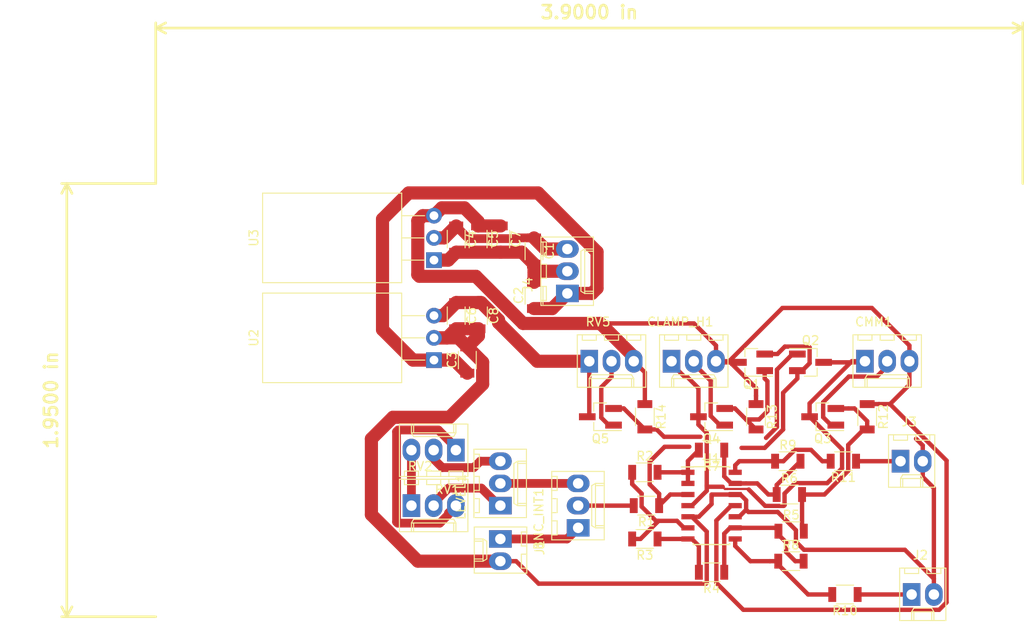
<source format=kicad_pcb>
(kicad_pcb (version 20171130) (host pcbnew 5.0.2-bee76a0~70~ubuntu18.04.1)

  (general
    (thickness 1.6)
    (drawings 2)
    (tracks 302)
    (zones 0)
    (modules 41)
    (nets 27)
  )

  (page A4)
  (layers
    (0 F.Cu signal)
    (31 B.Cu signal)
    (32 B.Adhes user)
    (33 F.Adhes user)
    (34 B.Paste user)
    (35 F.Paste user)
    (36 B.SilkS user)
    (37 F.SilkS user)
    (38 B.Mask user)
    (39 F.Mask user)
    (40 Dwgs.User user)
    (41 Cmts.User user)
    (42 Eco1.User user)
    (43 Eco2.User user)
    (44 Edge.Cuts user)
    (45 Margin user)
    (46 B.CrtYd user)
    (47 F.CrtYd user)
    (48 B.Fab user)
    (49 F.Fab user)
  )

  (setup
    (last_trace_width 1.5)
    (user_trace_width 0.5)
    (user_trace_width 1)
    (user_trace_width 1.5)
    (user_trace_width 2)
    (user_trace_width 3)
    (user_trace_width 4)
    (trace_clearance 0.2)
    (zone_clearance 0.508)
    (zone_45_only no)
    (trace_min 0.2)
    (segment_width 0.2)
    (edge_width 0.15)
    (via_size 0.8)
    (via_drill 0.4)
    (via_min_size 0.4)
    (via_min_drill 0.3)
    (uvia_size 0.3)
    (uvia_drill 0.1)
    (uvias_allowed no)
    (uvia_min_size 0.2)
    (uvia_min_drill 0.1)
    (pcb_text_width 0.3)
    (pcb_text_size 1.5 1.5)
    (mod_edge_width 0.15)
    (mod_text_size 1 1)
    (mod_text_width 0.15)
    (pad_size 1.524 1.524)
    (pad_drill 0.762)
    (pad_to_mask_clearance 0.051)
    (solder_mask_min_width 0.25)
    (aux_axis_origin 0 0)
    (visible_elements FFFFFF7F)
    (pcbplotparams
      (layerselection 0x010fc_ffffffff)
      (usegerberextensions false)
      (usegerberattributes false)
      (usegerberadvancedattributes false)
      (creategerberjobfile false)
      (excludeedgelayer true)
      (linewidth 0.100000)
      (plotframeref false)
      (viasonmask false)
      (mode 1)
      (useauxorigin false)
      (hpglpennumber 1)
      (hpglpenspeed 20)
      (hpglpendiameter 15.000000)
      (psnegative false)
      (psa4output false)
      (plotreference true)
      (plotvalue true)
      (plotinvisibletext false)
      (padsonsilk false)
      (subtractmaskfromsilk false)
      (outputformat 1)
      (mirror false)
      (drillshape 1)
      (scaleselection 1)
      (outputdirectory ""))
  )

  (net 0 "")
  (net 1 GND)
  (net 2 "Net-(J2-Pad1)")
  (net 3 "Net-(J3-Pad1)")
  (net 4 -15V)
  (net 5 "Net-(Q1-Pad2)")
  (net 6 /pos_clamp_voltage)
  (net 7 +15V)
  (net 8 /neg_clamp_voltage)
  (net 9 /offset_voltage)
  (net 10 "Net-(Q5-Pad1)")
  (net 11 "Net-(R2-Pad1)")
  (net 12 "Net-(R2-Pad2)")
  (net 13 "Net-(R3-Pad1)")
  (net 14 "Net-(R4-Pad1)")
  (net 15 "Net-(R6-Pad1)")
  (net 16 "Net-(R10-Pad2)")
  (net 17 "Net-(R11-Pad2)")
  (net 18 "Net-(BNC_INT1-Pad3)")
  (net 19 "Net-(BNC_INT1-Pad2)")
  (net 20 "Net-(BNC_INT1-Pad1)")
  (net 21 "Net-(C1-Pad1)")
  (net 22 "Net-(C2-Pad1)")
  (net 23 "Net-(CLAMP_H1-Pad2)")
  (net 24 "Net-(CMM1-Pad2)")
  (net 25 "Net-(LEVEL1-Pad1)")
  (net 26 "Net-(LEVEL1-Pad3)")

  (net_class Default "This is the default net class."
    (clearance 0.2)
    (trace_width 0.25)
    (via_dia 0.8)
    (via_drill 0.4)
    (uvia_dia 0.3)
    (uvia_drill 0.1)
    (add_net +15V)
    (add_net -15V)
    (add_net /neg_clamp_voltage)
    (add_net /offset_voltage)
    (add_net /pos_clamp_voltage)
    (add_net GND)
    (add_net "Net-(BNC_INT1-Pad1)")
    (add_net "Net-(BNC_INT1-Pad2)")
    (add_net "Net-(BNC_INT1-Pad3)")
    (add_net "Net-(C1-Pad1)")
    (add_net "Net-(C2-Pad1)")
    (add_net "Net-(CLAMP_H1-Pad2)")
    (add_net "Net-(CMM1-Pad2)")
    (add_net "Net-(J2-Pad1)")
    (add_net "Net-(J3-Pad1)")
    (add_net "Net-(LEVEL1-Pad1)")
    (add_net "Net-(LEVEL1-Pad3)")
    (add_net "Net-(Q1-Pad2)")
    (add_net "Net-(Q5-Pad1)")
    (add_net "Net-(R10-Pad2)")
    (add_net "Net-(R11-Pad2)")
    (add_net "Net-(R2-Pad1)")
    (add_net "Net-(R2-Pad2)")
    (add_net "Net-(R3-Pad1)")
    (add_net "Net-(R4-Pad1)")
    (add_net "Net-(R6-Pad1)")
  )

  (module Connectors_Molex:Molex_KK-6410-03_03x2.54mm_Straight (layer F.Cu) (tedit 58EE6EE6) (tstamp 5E63DC78)
    (at 137.16 115.57 90)
    (descr "Connector Headers with Friction Lock, 22-27-2031, http://www.molex.com/pdm_docs/sd/022272021_sd.pdf")
    (tags "connector molex kk_6410 22-27-2031")
    (path /5E65717D)
    (fp_text reference BNC_INT1 (at 1 -4.5 90) (layer F.SilkS)
      (effects (font (size 1 1) (thickness 0.15)))
    )
    (fp_text value SW_SPDT (at 2.54 4.5 90) (layer F.Fab)
      (effects (font (size 1 1) (thickness 0.15)))
    )
    (fp_text user %R (at 2.54 0 90) (layer F.Fab)
      (effects (font (size 1 1) (thickness 0.15)))
    )
    (fp_line (start 7 3.5) (end -1.9 3.5) (layer F.CrtYd) (width 0.05))
    (fp_line (start 7 -3.55) (end 7 3.5) (layer F.CrtYd) (width 0.05))
    (fp_line (start -1.9 -3.55) (end 7 -3.55) (layer F.CrtYd) (width 0.05))
    (fp_line (start -1.9 3.5) (end -1.9 -3.55) (layer F.CrtYd) (width 0.05))
    (fp_line (start 5.88 -2.4) (end 5.88 -3.02) (layer F.SilkS) (width 0.12))
    (fp_line (start 4.28 -2.4) (end 5.88 -2.4) (layer F.SilkS) (width 0.12))
    (fp_line (start 4.28 -3.02) (end 4.28 -2.4) (layer F.SilkS) (width 0.12))
    (fp_line (start 3.34 -2.4) (end 3.34 -3.02) (layer F.SilkS) (width 0.12))
    (fp_line (start 1.74 -2.4) (end 3.34 -2.4) (layer F.SilkS) (width 0.12))
    (fp_line (start 1.74 -3.02) (end 1.74 -2.4) (layer F.SilkS) (width 0.12))
    (fp_line (start 0.8 -2.4) (end 0.8 -3.02) (layer F.SilkS) (width 0.12))
    (fp_line (start -0.8 -2.4) (end 0.8 -2.4) (layer F.SilkS) (width 0.12))
    (fp_line (start -0.8 -3.02) (end -0.8 -2.4) (layer F.SilkS) (width 0.12))
    (fp_line (start 4.83 2.98) (end 4.83 1.98) (layer F.SilkS) (width 0.12))
    (fp_line (start 0.25 2.98) (end 0.25 1.98) (layer F.SilkS) (width 0.12))
    (fp_line (start 4.83 1.55) (end 5.08 1.98) (layer F.SilkS) (width 0.12))
    (fp_line (start 0.25 1.55) (end 4.83 1.55) (layer F.SilkS) (width 0.12))
    (fp_line (start 0 1.98) (end 0.25 1.55) (layer F.SilkS) (width 0.12))
    (fp_line (start 5.08 1.98) (end 5.08 2.98) (layer F.SilkS) (width 0.12))
    (fp_line (start 0 1.98) (end 5.08 1.98) (layer F.SilkS) (width 0.12))
    (fp_line (start 0 2.98) (end 0 1.98) (layer F.SilkS) (width 0.12))
    (fp_line (start 6.45 -3.02) (end -1.37 -3.02) (layer F.SilkS) (width 0.12))
    (fp_line (start 6.45 2.98) (end 6.45 -3.02) (layer F.SilkS) (width 0.12))
    (fp_line (start -1.37 2.98) (end 6.45 2.98) (layer F.SilkS) (width 0.12))
    (fp_line (start -1.37 -3.02) (end -1.37 2.98) (layer F.SilkS) (width 0.12))
    (fp_line (start 6.55 -3.12) (end -1.47 -3.12) (layer F.Fab) (width 0.12))
    (fp_line (start 6.55 3.08) (end 6.55 -3.12) (layer F.Fab) (width 0.12))
    (fp_line (start -1.47 3.08) (end 6.55 3.08) (layer F.Fab) (width 0.12))
    (fp_line (start -1.47 -3.12) (end -1.47 3.08) (layer F.Fab) (width 0.12))
    (pad 3 thru_hole oval (at 5.08 0 90) (size 2 2.6) (drill 1.2) (layers *.Cu *.Mask)
      (net 18 "Net-(BNC_INT1-Pad3)"))
    (pad 2 thru_hole oval (at 2.54 0 90) (size 2 2.6) (drill 1.2) (layers *.Cu *.Mask)
      (net 19 "Net-(BNC_INT1-Pad2)"))
    (pad 1 thru_hole rect (at 0 0 90) (size 2 2.6) (drill 1.2) (layers *.Cu *.Mask)
      (net 20 "Net-(BNC_INT1-Pad1)"))
    (model ${KISYS3DMOD}/Connectors_Molex.3dshapes/Molex_KK-6410-03_03x2.54mm_Straight.wrl
      (at (xyz 0 0 0))
      (scale (xyz 1 1 1))
      (rotate (xyz 0 0 0))
    )
  )

  (module Capacitors_SMD:C_1206 (layer F.Cu) (tedit 58AA84B8) (tstamp 5E63DC89)
    (at 132.116078 83.91812 270)
    (descr "Capacitor SMD 1206, reflow soldering, AVX (see smccp.pdf)")
    (tags "capacitor 1206")
    (path /5E68FC7C)
    (attr smd)
    (fp_text reference C1 (at 0 -1.75 270) (layer F.SilkS)
      (effects (font (size 1 1) (thickness 0.15)))
    )
    (fp_text value C (at 0 2 270) (layer F.Fab)
      (effects (font (size 1 1) (thickness 0.15)))
    )
    (fp_text user %R (at 0 -1.75 270) (layer F.Fab)
      (effects (font (size 1 1) (thickness 0.15)))
    )
    (fp_line (start -1.6 0.8) (end -1.6 -0.8) (layer F.Fab) (width 0.1))
    (fp_line (start 1.6 0.8) (end -1.6 0.8) (layer F.Fab) (width 0.1))
    (fp_line (start 1.6 -0.8) (end 1.6 0.8) (layer F.Fab) (width 0.1))
    (fp_line (start -1.6 -0.8) (end 1.6 -0.8) (layer F.Fab) (width 0.1))
    (fp_line (start 1 -1.02) (end -1 -1.02) (layer F.SilkS) (width 0.12))
    (fp_line (start -1 1.02) (end 1 1.02) (layer F.SilkS) (width 0.12))
    (fp_line (start -2.25 -1.05) (end 2.25 -1.05) (layer F.CrtYd) (width 0.05))
    (fp_line (start -2.25 -1.05) (end -2.25 1.05) (layer F.CrtYd) (width 0.05))
    (fp_line (start 2.25 1.05) (end 2.25 -1.05) (layer F.CrtYd) (width 0.05))
    (fp_line (start 2.25 1.05) (end -2.25 1.05) (layer F.CrtYd) (width 0.05))
    (pad 1 smd rect (at -1.5 0 270) (size 1 1.6) (layers F.Cu F.Paste F.Mask)
      (net 21 "Net-(C1-Pad1)"))
    (pad 2 smd rect (at 1.5 0 270) (size 1 1.6) (layers F.Cu F.Paste F.Mask)
      (net 1 GND))
    (model Capacitors_SMD.3dshapes/C_1206.wrl
      (at (xyz 0 0 0))
      (scale (xyz 1 1 1))
      (rotate (xyz 0 0 0))
    )
  )

  (module Capacitors_SMD:C_1206 (layer F.Cu) (tedit 58AA84B8) (tstamp 5E63DC9A)
    (at 132.116078 88.99812 90)
    (descr "Capacitor SMD 1206, reflow soldering, AVX (see smccp.pdf)")
    (tags "capacitor 1206")
    (path /5E68FC12)
    (attr smd)
    (fp_text reference C2 (at 0 -1.75 90) (layer F.SilkS)
      (effects (font (size 1 1) (thickness 0.15)))
    )
    (fp_text value C (at 0 2 90) (layer F.Fab)
      (effects (font (size 1 1) (thickness 0.15)))
    )
    (fp_line (start 2.25 1.05) (end -2.25 1.05) (layer F.CrtYd) (width 0.05))
    (fp_line (start 2.25 1.05) (end 2.25 -1.05) (layer F.CrtYd) (width 0.05))
    (fp_line (start -2.25 -1.05) (end -2.25 1.05) (layer F.CrtYd) (width 0.05))
    (fp_line (start -2.25 -1.05) (end 2.25 -1.05) (layer F.CrtYd) (width 0.05))
    (fp_line (start -1 1.02) (end 1 1.02) (layer F.SilkS) (width 0.12))
    (fp_line (start 1 -1.02) (end -1 -1.02) (layer F.SilkS) (width 0.12))
    (fp_line (start -1.6 -0.8) (end 1.6 -0.8) (layer F.Fab) (width 0.1))
    (fp_line (start 1.6 -0.8) (end 1.6 0.8) (layer F.Fab) (width 0.1))
    (fp_line (start 1.6 0.8) (end -1.6 0.8) (layer F.Fab) (width 0.1))
    (fp_line (start -1.6 0.8) (end -1.6 -0.8) (layer F.Fab) (width 0.1))
    (fp_text user %R (at 0 -1.75 90) (layer F.Fab)
      (effects (font (size 1 1) (thickness 0.15)))
    )
    (pad 2 smd rect (at 1.5 0 90) (size 1 1.6) (layers F.Cu F.Paste F.Mask)
      (net 1 GND))
    (pad 1 smd rect (at -1.5 0 90) (size 1 1.6) (layers F.Cu F.Paste F.Mask)
      (net 22 "Net-(C2-Pad1)"))
    (model Capacitors_SMD.3dshapes/C_1206.wrl
      (at (xyz 0 0 0))
      (scale (xyz 1 1 1))
      (rotate (xyz 0 0 0))
    )
  )

  (module Capacitors_SMD:C_1206 (layer F.Cu) (tedit 58AA84B8) (tstamp 5E63DCAB)
    (at 124.496078 96.38812 90)
    (descr "Capacitor SMD 1206, reflow soldering, AVX (see smccp.pdf)")
    (tags "capacitor 1206")
    (path /5E68FB86)
    (attr smd)
    (fp_text reference C3 (at 0 -1.75 90) (layer F.SilkS)
      (effects (font (size 1 1) (thickness 0.15)))
    )
    (fp_text value C (at 0 2 90) (layer F.Fab)
      (effects (font (size 1 1) (thickness 0.15)))
    )
    (fp_text user %R (at 0 -1.75 90) (layer F.Fab)
      (effects (font (size 1 1) (thickness 0.15)))
    )
    (fp_line (start -1.6 0.8) (end -1.6 -0.8) (layer F.Fab) (width 0.1))
    (fp_line (start 1.6 0.8) (end -1.6 0.8) (layer F.Fab) (width 0.1))
    (fp_line (start 1.6 -0.8) (end 1.6 0.8) (layer F.Fab) (width 0.1))
    (fp_line (start -1.6 -0.8) (end 1.6 -0.8) (layer F.Fab) (width 0.1))
    (fp_line (start 1 -1.02) (end -1 -1.02) (layer F.SilkS) (width 0.12))
    (fp_line (start -1 1.02) (end 1 1.02) (layer F.SilkS) (width 0.12))
    (fp_line (start -2.25 -1.05) (end 2.25 -1.05) (layer F.CrtYd) (width 0.05))
    (fp_line (start -2.25 -1.05) (end -2.25 1.05) (layer F.CrtYd) (width 0.05))
    (fp_line (start 2.25 1.05) (end 2.25 -1.05) (layer F.CrtYd) (width 0.05))
    (fp_line (start 2.25 1.05) (end -2.25 1.05) (layer F.CrtYd) (width 0.05))
    (pad 1 smd rect (at -1.5 0 90) (size 1 1.6) (layers F.Cu F.Paste F.Mask)
      (net 22 "Net-(C2-Pad1)"))
    (pad 2 smd rect (at 1.5 0 90) (size 1 1.6) (layers F.Cu F.Paste F.Mask)
      (net 1 GND))
    (model Capacitors_SMD.3dshapes/C_1206.wrl
      (at (xyz 0 0 0))
      (scale (xyz 1 1 1))
      (rotate (xyz 0 0 0))
    )
  )

  (module Capacitors_SMD:C_1206 (layer F.Cu) (tedit 58AA84B8) (tstamp 5E63DCBC)
    (at 123.226078 82.55 270)
    (descr "Capacitor SMD 1206, reflow soldering, AVX (see smccp.pdf)")
    (tags "capacitor 1206")
    (path /5E68FD12)
    (attr smd)
    (fp_text reference C4 (at 0 -1.75 270) (layer F.SilkS)
      (effects (font (size 1 1) (thickness 0.15)))
    )
    (fp_text value C (at 0 2 270) (layer F.Fab)
      (effects (font (size 1 1) (thickness 0.15)))
    )
    (fp_line (start 2.25 1.05) (end -2.25 1.05) (layer F.CrtYd) (width 0.05))
    (fp_line (start 2.25 1.05) (end 2.25 -1.05) (layer F.CrtYd) (width 0.05))
    (fp_line (start -2.25 -1.05) (end -2.25 1.05) (layer F.CrtYd) (width 0.05))
    (fp_line (start -2.25 -1.05) (end 2.25 -1.05) (layer F.CrtYd) (width 0.05))
    (fp_line (start -1 1.02) (end 1 1.02) (layer F.SilkS) (width 0.12))
    (fp_line (start 1 -1.02) (end -1 -1.02) (layer F.SilkS) (width 0.12))
    (fp_line (start -1.6 -0.8) (end 1.6 -0.8) (layer F.Fab) (width 0.1))
    (fp_line (start 1.6 -0.8) (end 1.6 0.8) (layer F.Fab) (width 0.1))
    (fp_line (start 1.6 0.8) (end -1.6 0.8) (layer F.Fab) (width 0.1))
    (fp_line (start -1.6 0.8) (end -1.6 -0.8) (layer F.Fab) (width 0.1))
    (fp_text user %R (at 0 -1.75 270) (layer F.Fab)
      (effects (font (size 1 1) (thickness 0.15)))
    )
    (pad 2 smd rect (at 1.5 0 270) (size 1 1.6) (layers F.Cu F.Paste F.Mask)
      (net 1 GND))
    (pad 1 smd rect (at -1.5 0 270) (size 1 1.6) (layers F.Cu F.Paste F.Mask)
      (net 21 "Net-(C1-Pad1)"))
    (model Capacitors_SMD.3dshapes/C_1206.wrl
      (at (xyz 0 0 0))
      (scale (xyz 1 1 1))
      (rotate (xyz 0 0 0))
    )
  )

  (module Capacitors_SMD:C_1206 (layer F.Cu) (tedit 58AA84B8) (tstamp 5E63DCCD)
    (at 125.73 82.55 270)
    (descr "Capacitor SMD 1206, reflow soldering, AVX (see smccp.pdf)")
    (tags "capacitor 1206")
    (path /5E68FDF0)
    (attr smd)
    (fp_text reference C5 (at 0 -1.75 270) (layer F.SilkS)
      (effects (font (size 1 1) (thickness 0.15)))
    )
    (fp_text value C (at 0 2 270) (layer F.Fab)
      (effects (font (size 1 1) (thickness 0.15)))
    )
    (fp_line (start 2.25 1.05) (end -2.25 1.05) (layer F.CrtYd) (width 0.05))
    (fp_line (start 2.25 1.05) (end 2.25 -1.05) (layer F.CrtYd) (width 0.05))
    (fp_line (start -2.25 -1.05) (end -2.25 1.05) (layer F.CrtYd) (width 0.05))
    (fp_line (start -2.25 -1.05) (end 2.25 -1.05) (layer F.CrtYd) (width 0.05))
    (fp_line (start -1 1.02) (end 1 1.02) (layer F.SilkS) (width 0.12))
    (fp_line (start 1 -1.02) (end -1 -1.02) (layer F.SilkS) (width 0.12))
    (fp_line (start -1.6 -0.8) (end 1.6 -0.8) (layer F.Fab) (width 0.1))
    (fp_line (start 1.6 -0.8) (end 1.6 0.8) (layer F.Fab) (width 0.1))
    (fp_line (start 1.6 0.8) (end -1.6 0.8) (layer F.Fab) (width 0.1))
    (fp_line (start -1.6 0.8) (end -1.6 -0.8) (layer F.Fab) (width 0.1))
    (fp_text user %R (at 0 -1.75 270) (layer F.Fab)
      (effects (font (size 1 1) (thickness 0.15)))
    )
    (pad 2 smd rect (at 1.5 0 270) (size 1 1.6) (layers F.Cu F.Paste F.Mask)
      (net 1 GND))
    (pad 1 smd rect (at -1.5 0 270) (size 1 1.6) (layers F.Cu F.Paste F.Mask)
      (net 4 -15V))
    (model Capacitors_SMD.3dshapes/C_1206.wrl
      (at (xyz 0 0 0))
      (scale (xyz 1 1 1))
      (rotate (xyz 0 0 0))
    )
  )

  (module Capacitors_SMD:C_1206 (layer F.Cu) (tedit 58AA84B8) (tstamp 5E63DCDE)
    (at 123.226078 91.30812 270)
    (descr "Capacitor SMD 1206, reflow soldering, AVX (see smccp.pdf)")
    (tags "capacitor 1206")
    (path /5E68FAC2)
    (attr smd)
    (fp_text reference C6 (at 0 -1.75 270) (layer F.SilkS)
      (effects (font (size 1 1) (thickness 0.15)))
    )
    (fp_text value C (at 0 2 270) (layer F.Fab)
      (effects (font (size 1 1) (thickness 0.15)))
    )
    (fp_line (start 2.25 1.05) (end -2.25 1.05) (layer F.CrtYd) (width 0.05))
    (fp_line (start 2.25 1.05) (end 2.25 -1.05) (layer F.CrtYd) (width 0.05))
    (fp_line (start -2.25 -1.05) (end -2.25 1.05) (layer F.CrtYd) (width 0.05))
    (fp_line (start -2.25 -1.05) (end 2.25 -1.05) (layer F.CrtYd) (width 0.05))
    (fp_line (start -1 1.02) (end 1 1.02) (layer F.SilkS) (width 0.12))
    (fp_line (start 1 -1.02) (end -1 -1.02) (layer F.SilkS) (width 0.12))
    (fp_line (start -1.6 -0.8) (end 1.6 -0.8) (layer F.Fab) (width 0.1))
    (fp_line (start 1.6 -0.8) (end 1.6 0.8) (layer F.Fab) (width 0.1))
    (fp_line (start 1.6 0.8) (end -1.6 0.8) (layer F.Fab) (width 0.1))
    (fp_line (start -1.6 0.8) (end -1.6 -0.8) (layer F.Fab) (width 0.1))
    (fp_text user %R (at 0 -1.75 270) (layer F.Fab)
      (effects (font (size 1 1) (thickness 0.15)))
    )
    (pad 2 smd rect (at 1.5 0 270) (size 1 1.6) (layers F.Cu F.Paste F.Mask)
      (net 1 GND))
    (pad 1 smd rect (at -1.5 0 270) (size 1 1.6) (layers F.Cu F.Paste F.Mask)
      (net 7 +15V))
    (model Capacitors_SMD.3dshapes/C_1206.wrl
      (at (xyz 0 0 0))
      (scale (xyz 1 1 1))
      (rotate (xyz 0 0 0))
    )
  )

  (module Capacitors_SMD:C_1206 (layer F.Cu) (tedit 58AA84B8) (tstamp 5E63DCEF)
    (at 128.306078 82.55 270)
    (descr "Capacitor SMD 1206, reflow soldering, AVX (see smccp.pdf)")
    (tags "capacitor 1206")
    (path /5E68FE84)
    (attr smd)
    (fp_text reference C7 (at 0 -1.75 270) (layer F.SilkS)
      (effects (font (size 1 1) (thickness 0.15)))
    )
    (fp_text value C (at 0 2 270) (layer F.Fab)
      (effects (font (size 1 1) (thickness 0.15)))
    )
    (fp_text user %R (at 0 -1.75 270) (layer F.Fab)
      (effects (font (size 1 1) (thickness 0.15)))
    )
    (fp_line (start -1.6 0.8) (end -1.6 -0.8) (layer F.Fab) (width 0.1))
    (fp_line (start 1.6 0.8) (end -1.6 0.8) (layer F.Fab) (width 0.1))
    (fp_line (start 1.6 -0.8) (end 1.6 0.8) (layer F.Fab) (width 0.1))
    (fp_line (start -1.6 -0.8) (end 1.6 -0.8) (layer F.Fab) (width 0.1))
    (fp_line (start 1 -1.02) (end -1 -1.02) (layer F.SilkS) (width 0.12))
    (fp_line (start -1 1.02) (end 1 1.02) (layer F.SilkS) (width 0.12))
    (fp_line (start -2.25 -1.05) (end 2.25 -1.05) (layer F.CrtYd) (width 0.05))
    (fp_line (start -2.25 -1.05) (end -2.25 1.05) (layer F.CrtYd) (width 0.05))
    (fp_line (start 2.25 1.05) (end 2.25 -1.05) (layer F.CrtYd) (width 0.05))
    (fp_line (start 2.25 1.05) (end -2.25 1.05) (layer F.CrtYd) (width 0.05))
    (pad 1 smd rect (at -1.5 0 270) (size 1 1.6) (layers F.Cu F.Paste F.Mask)
      (net 4 -15V))
    (pad 2 smd rect (at 1.5 0 270) (size 1 1.6) (layers F.Cu F.Paste F.Mask)
      (net 1 GND))
    (model Capacitors_SMD.3dshapes/C_1206.wrl
      (at (xyz 0 0 0))
      (scale (xyz 1 1 1))
      (rotate (xyz 0 0 0))
    )
  )

  (module Capacitors_SMD:C_1206 (layer F.Cu) (tedit 58AA84B8) (tstamp 5E63DD00)
    (at 125.766078 91.30812 270)
    (descr "Capacitor SMD 1206, reflow soldering, AVX (see smccp.pdf)")
    (tags "capacitor 1206")
    (path /5E68FD80)
    (attr smd)
    (fp_text reference C8 (at 0 -1.75 270) (layer F.SilkS)
      (effects (font (size 1 1) (thickness 0.15)))
    )
    (fp_text value C (at 0 2 270) (layer F.Fab)
      (effects (font (size 1 1) (thickness 0.15)))
    )
    (fp_text user %R (at 0 -1.75 270) (layer F.Fab)
      (effects (font (size 1 1) (thickness 0.15)))
    )
    (fp_line (start -1.6 0.8) (end -1.6 -0.8) (layer F.Fab) (width 0.1))
    (fp_line (start 1.6 0.8) (end -1.6 0.8) (layer F.Fab) (width 0.1))
    (fp_line (start 1.6 -0.8) (end 1.6 0.8) (layer F.Fab) (width 0.1))
    (fp_line (start -1.6 -0.8) (end 1.6 -0.8) (layer F.Fab) (width 0.1))
    (fp_line (start 1 -1.02) (end -1 -1.02) (layer F.SilkS) (width 0.12))
    (fp_line (start -1 1.02) (end 1 1.02) (layer F.SilkS) (width 0.12))
    (fp_line (start -2.25 -1.05) (end 2.25 -1.05) (layer F.CrtYd) (width 0.05))
    (fp_line (start -2.25 -1.05) (end -2.25 1.05) (layer F.CrtYd) (width 0.05))
    (fp_line (start 2.25 1.05) (end 2.25 -1.05) (layer F.CrtYd) (width 0.05))
    (fp_line (start 2.25 1.05) (end -2.25 1.05) (layer F.CrtYd) (width 0.05))
    (pad 1 smd rect (at -1.5 0 270) (size 1 1.6) (layers F.Cu F.Paste F.Mask)
      (net 7 +15V))
    (pad 2 smd rect (at 1.5 0 270) (size 1 1.6) (layers F.Cu F.Paste F.Mask)
      (net 1 GND))
    (model Capacitors_SMD.3dshapes/C_1206.wrl
      (at (xyz 0 0 0))
      (scale (xyz 1 1 1))
      (rotate (xyz 0 0 0))
    )
  )

  (module Connectors_Molex:Molex_KK-6410-03_03x2.54mm_Straight (layer F.Cu) (tedit 58EE6EE6) (tstamp 5E63DD25)
    (at 147.828 96.52)
    (descr "Connector Headers with Friction Lock, 22-27-2031, http://www.molex.com/pdm_docs/sd/022272021_sd.pdf")
    (tags "connector molex kk_6410 22-27-2031")
    (path /5E640BD9)
    (fp_text reference CLAMP_H1 (at 1 -4.5) (layer F.SilkS)
      (effects (font (size 1 1) (thickness 0.15)))
    )
    (fp_text value R_POT (at 2.54 4.5) (layer F.Fab)
      (effects (font (size 1 1) (thickness 0.15)))
    )
    (fp_line (start -1.47 -3.12) (end -1.47 3.08) (layer F.Fab) (width 0.12))
    (fp_line (start -1.47 3.08) (end 6.55 3.08) (layer F.Fab) (width 0.12))
    (fp_line (start 6.55 3.08) (end 6.55 -3.12) (layer F.Fab) (width 0.12))
    (fp_line (start 6.55 -3.12) (end -1.47 -3.12) (layer F.Fab) (width 0.12))
    (fp_line (start -1.37 -3.02) (end -1.37 2.98) (layer F.SilkS) (width 0.12))
    (fp_line (start -1.37 2.98) (end 6.45 2.98) (layer F.SilkS) (width 0.12))
    (fp_line (start 6.45 2.98) (end 6.45 -3.02) (layer F.SilkS) (width 0.12))
    (fp_line (start 6.45 -3.02) (end -1.37 -3.02) (layer F.SilkS) (width 0.12))
    (fp_line (start 0 2.98) (end 0 1.98) (layer F.SilkS) (width 0.12))
    (fp_line (start 0 1.98) (end 5.08 1.98) (layer F.SilkS) (width 0.12))
    (fp_line (start 5.08 1.98) (end 5.08 2.98) (layer F.SilkS) (width 0.12))
    (fp_line (start 0 1.98) (end 0.25 1.55) (layer F.SilkS) (width 0.12))
    (fp_line (start 0.25 1.55) (end 4.83 1.55) (layer F.SilkS) (width 0.12))
    (fp_line (start 4.83 1.55) (end 5.08 1.98) (layer F.SilkS) (width 0.12))
    (fp_line (start 0.25 2.98) (end 0.25 1.98) (layer F.SilkS) (width 0.12))
    (fp_line (start 4.83 2.98) (end 4.83 1.98) (layer F.SilkS) (width 0.12))
    (fp_line (start -0.8 -3.02) (end -0.8 -2.4) (layer F.SilkS) (width 0.12))
    (fp_line (start -0.8 -2.4) (end 0.8 -2.4) (layer F.SilkS) (width 0.12))
    (fp_line (start 0.8 -2.4) (end 0.8 -3.02) (layer F.SilkS) (width 0.12))
    (fp_line (start 1.74 -3.02) (end 1.74 -2.4) (layer F.SilkS) (width 0.12))
    (fp_line (start 1.74 -2.4) (end 3.34 -2.4) (layer F.SilkS) (width 0.12))
    (fp_line (start 3.34 -2.4) (end 3.34 -3.02) (layer F.SilkS) (width 0.12))
    (fp_line (start 4.28 -3.02) (end 4.28 -2.4) (layer F.SilkS) (width 0.12))
    (fp_line (start 4.28 -2.4) (end 5.88 -2.4) (layer F.SilkS) (width 0.12))
    (fp_line (start 5.88 -2.4) (end 5.88 -3.02) (layer F.SilkS) (width 0.12))
    (fp_line (start -1.9 3.5) (end -1.9 -3.55) (layer F.CrtYd) (width 0.05))
    (fp_line (start -1.9 -3.55) (end 7 -3.55) (layer F.CrtYd) (width 0.05))
    (fp_line (start 7 -3.55) (end 7 3.5) (layer F.CrtYd) (width 0.05))
    (fp_line (start 7 3.5) (end -1.9 3.5) (layer F.CrtYd) (width 0.05))
    (fp_text user %R (at 2.54 0) (layer F.Fab)
      (effects (font (size 1 1) (thickness 0.15)))
    )
    (pad 1 thru_hole rect (at 0 0) (size 2 2.6) (drill 1.2) (layers *.Cu *.Mask)
      (net 7 +15V))
    (pad 2 thru_hole oval (at 2.54 0) (size 2 2.6) (drill 1.2) (layers *.Cu *.Mask)
      (net 23 "Net-(CLAMP_H1-Pad2)"))
    (pad 3 thru_hole oval (at 5.08 0) (size 2 2.6) (drill 1.2) (layers *.Cu *.Mask)
      (net 4 -15V))
    (model ${KISYS3DMOD}/Connectors_Molex.3dshapes/Molex_KK-6410-03_03x2.54mm_Straight.wrl
      (at (xyz 0 0 0))
      (scale (xyz 1 1 1))
      (rotate (xyz 0 0 0))
    )
  )

  (module Connectors_Molex:Molex_KK-6410-03_03x2.54mm_Straight (layer F.Cu) (tedit 58EE6EE6) (tstamp 5E63EA52)
    (at 169.926 96.52)
    (descr "Connector Headers with Friction Lock, 22-27-2031, http://www.molex.com/pdm_docs/sd/022272021_sd.pdf")
    (tags "connector molex kk_6410 22-27-2031")
    (path /5E63CF5D)
    (fp_text reference CMM1 (at 1 -4.5) (layer F.SilkS)
      (effects (font (size 1 1) (thickness 0.15)))
    )
    (fp_text value R_POT (at 2.54 4.5) (layer F.Fab)
      (effects (font (size 1 1) (thickness 0.15)))
    )
    (fp_text user %R (at 2.54 0) (layer F.Fab)
      (effects (font (size 1 1) (thickness 0.15)))
    )
    (fp_line (start 7 3.5) (end -1.9 3.5) (layer F.CrtYd) (width 0.05))
    (fp_line (start 7 -3.55) (end 7 3.5) (layer F.CrtYd) (width 0.05))
    (fp_line (start -1.9 -3.55) (end 7 -3.55) (layer F.CrtYd) (width 0.05))
    (fp_line (start -1.9 3.5) (end -1.9 -3.55) (layer F.CrtYd) (width 0.05))
    (fp_line (start 5.88 -2.4) (end 5.88 -3.02) (layer F.SilkS) (width 0.12))
    (fp_line (start 4.28 -2.4) (end 5.88 -2.4) (layer F.SilkS) (width 0.12))
    (fp_line (start 4.28 -3.02) (end 4.28 -2.4) (layer F.SilkS) (width 0.12))
    (fp_line (start 3.34 -2.4) (end 3.34 -3.02) (layer F.SilkS) (width 0.12))
    (fp_line (start 1.74 -2.4) (end 3.34 -2.4) (layer F.SilkS) (width 0.12))
    (fp_line (start 1.74 -3.02) (end 1.74 -2.4) (layer F.SilkS) (width 0.12))
    (fp_line (start 0.8 -2.4) (end 0.8 -3.02) (layer F.SilkS) (width 0.12))
    (fp_line (start -0.8 -2.4) (end 0.8 -2.4) (layer F.SilkS) (width 0.12))
    (fp_line (start -0.8 -3.02) (end -0.8 -2.4) (layer F.SilkS) (width 0.12))
    (fp_line (start 4.83 2.98) (end 4.83 1.98) (layer F.SilkS) (width 0.12))
    (fp_line (start 0.25 2.98) (end 0.25 1.98) (layer F.SilkS) (width 0.12))
    (fp_line (start 4.83 1.55) (end 5.08 1.98) (layer F.SilkS) (width 0.12))
    (fp_line (start 0.25 1.55) (end 4.83 1.55) (layer F.SilkS) (width 0.12))
    (fp_line (start 0 1.98) (end 0.25 1.55) (layer F.SilkS) (width 0.12))
    (fp_line (start 5.08 1.98) (end 5.08 2.98) (layer F.SilkS) (width 0.12))
    (fp_line (start 0 1.98) (end 5.08 1.98) (layer F.SilkS) (width 0.12))
    (fp_line (start 0 2.98) (end 0 1.98) (layer F.SilkS) (width 0.12))
    (fp_line (start 6.45 -3.02) (end -1.37 -3.02) (layer F.SilkS) (width 0.12))
    (fp_line (start 6.45 2.98) (end 6.45 -3.02) (layer F.SilkS) (width 0.12))
    (fp_line (start -1.37 2.98) (end 6.45 2.98) (layer F.SilkS) (width 0.12))
    (fp_line (start -1.37 -3.02) (end -1.37 2.98) (layer F.SilkS) (width 0.12))
    (fp_line (start 6.55 -3.12) (end -1.47 -3.12) (layer F.Fab) (width 0.12))
    (fp_line (start 6.55 3.08) (end 6.55 -3.12) (layer F.Fab) (width 0.12))
    (fp_line (start -1.47 3.08) (end 6.55 3.08) (layer F.Fab) (width 0.12))
    (fp_line (start -1.47 -3.12) (end -1.47 3.08) (layer F.Fab) (width 0.12))
    (pad 3 thru_hole oval (at 5.08 0) (size 2 2.6) (drill 1.2) (layers *.Cu *.Mask)
      (net 4 -15V))
    (pad 2 thru_hole oval (at 2.54 0) (size 2 2.6) (drill 1.2) (layers *.Cu *.Mask)
      (net 24 "Net-(CMM1-Pad2)"))
    (pad 1 thru_hole rect (at 0 0) (size 2 2.6) (drill 1.2) (layers *.Cu *.Mask)
      (net 7 +15V))
    (model ${KISYS3DMOD}/Connectors_Molex.3dshapes/Molex_KK-6410-03_03x2.54mm_Straight.wrl
      (at (xyz 0 0 0))
      (scale (xyz 1 1 1))
      (rotate (xyz 0 0 0))
    )
  )

  (module Connectors_Molex:Molex_KK-6410-02_02x2.54mm_Straight (layer F.Cu) (tedit 58EE6EE4) (tstamp 5E63DD6B)
    (at 128.27 116.84 270)
    (descr "Connector Headers with Friction Lock, 22-27-2021, http://www.molex.com/pdm_docs/sd/022272021_sd.pdf")
    (tags "connector molex kk_6410 22-27-2021")
    (path /5E666F2D)
    (fp_text reference J1 (at 1 -4.5 270) (layer F.SilkS)
      (effects (font (size 1 1) (thickness 0.15)))
    )
    (fp_text value INPUT (at 1.27 4.5 270) (layer F.Fab)
      (effects (font (size 1 1) (thickness 0.15)))
    )
    (fp_text user %R (at 2.54 2.54 270) (layer F.Fab)
      (effects (font (size 1 1) (thickness 0.15)))
    )
    (fp_line (start 4.45 3.5) (end -1.9 3.5) (layer F.CrtYd) (width 0.05))
    (fp_line (start 4.45 -3.55) (end 4.45 3.5) (layer F.CrtYd) (width 0.05))
    (fp_line (start -1.9 -3.55) (end 4.45 -3.55) (layer F.CrtYd) (width 0.05))
    (fp_line (start -1.9 3.5) (end -1.9 -3.55) (layer F.CrtYd) (width 0.05))
    (fp_line (start 3.34 -2.4) (end 3.34 -3.02) (layer F.SilkS) (width 0.12))
    (fp_line (start 1.74 -2.4) (end 3.34 -2.4) (layer F.SilkS) (width 0.12))
    (fp_line (start 1.74 -3.02) (end 1.74 -2.4) (layer F.SilkS) (width 0.12))
    (fp_line (start 0.8 -2.4) (end 0.8 -3.02) (layer F.SilkS) (width 0.12))
    (fp_line (start -0.8 -2.4) (end 0.8 -2.4) (layer F.SilkS) (width 0.12))
    (fp_line (start -0.8 -3.02) (end -0.8 -2.4) (layer F.SilkS) (width 0.12))
    (fp_line (start 2.29 2.98) (end 2.29 1.98) (layer F.SilkS) (width 0.12))
    (fp_line (start 0.25 2.98) (end 0.25 1.98) (layer F.SilkS) (width 0.12))
    (fp_line (start 2.29 1.55) (end 2.54 1.98) (layer F.SilkS) (width 0.12))
    (fp_line (start 0.25 1.55) (end 2.29 1.55) (layer F.SilkS) (width 0.12))
    (fp_line (start 0 1.98) (end 0.25 1.55) (layer F.SilkS) (width 0.12))
    (fp_line (start 2.54 1.98) (end 2.54 2.98) (layer F.SilkS) (width 0.12))
    (fp_line (start 0 1.98) (end 2.54 1.98) (layer F.SilkS) (width 0.12))
    (fp_line (start 0 2.98) (end 0 1.98) (layer F.SilkS) (width 0.12))
    (fp_line (start 3.91 -3.02) (end -1.37 -3.02) (layer F.SilkS) (width 0.12))
    (fp_line (start 3.91 2.98) (end 3.91 -3.02) (layer F.SilkS) (width 0.12))
    (fp_line (start -1.37 2.98) (end 3.91 2.98) (layer F.SilkS) (width 0.12))
    (fp_line (start -1.37 -3.02) (end -1.37 2.98) (layer F.SilkS) (width 0.12))
    (fp_line (start 4.01 -3.12) (end -1.47 -3.12) (layer F.Fab) (width 0.12))
    (fp_line (start 4.01 3.08) (end 4.01 -3.12) (layer F.Fab) (width 0.12))
    (fp_line (start -1.47 3.08) (end 4.01 3.08) (layer F.Fab) (width 0.12))
    (fp_line (start -1.47 -3.12) (end -1.47 3.08) (layer F.Fab) (width 0.12))
    (pad 2 thru_hole oval (at 2.54 0 270) (size 2 2.6) (drill 1.2) (layers *.Cu *.Mask)
      (net 1 GND))
    (pad 1 thru_hole rect (at 0 0 270) (size 2 2.6) (drill 1.2) (layers *.Cu *.Mask)
      (net 20 "Net-(BNC_INT1-Pad1)"))
    (model ${KISYS3DMOD}/Connectors_Molex.3dshapes/Molex_KK-6410-02_02x2.54mm_Straight.wrl
      (at (xyz 0 0 0))
      (scale (xyz 1 1 1))
      (rotate (xyz 0 0 0))
    )
  )

  (module Connectors_Molex:Molex_KK-6410-02_02x2.54mm_Straight (layer F.Cu) (tedit 58EE6EE4) (tstamp 5E63DD8C)
    (at 175.26 123.19)
    (descr "Connector Headers with Friction Lock, 22-27-2021, http://www.molex.com/pdm_docs/sd/022272021_sd.pdf")
    (tags "connector molex kk_6410 22-27-2021")
    (path /5E66E376)
    (fp_text reference J2 (at 1 -4.5) (layer F.SilkS)
      (effects (font (size 1 1) (thickness 0.15)))
    )
    (fp_text value ~OUT (at 1.27 4.5) (layer F.Fab)
      (effects (font (size 1 1) (thickness 0.15)))
    )
    (fp_text user %R (at 1.27 0) (layer F.Fab)
      (effects (font (size 1 1) (thickness 0.15)))
    )
    (fp_line (start 4.45 3.5) (end -1.9 3.5) (layer F.CrtYd) (width 0.05))
    (fp_line (start 4.45 -3.55) (end 4.45 3.5) (layer F.CrtYd) (width 0.05))
    (fp_line (start -1.9 -3.55) (end 4.45 -3.55) (layer F.CrtYd) (width 0.05))
    (fp_line (start -1.9 3.5) (end -1.9 -3.55) (layer F.CrtYd) (width 0.05))
    (fp_line (start 3.34 -2.4) (end 3.34 -3.02) (layer F.SilkS) (width 0.12))
    (fp_line (start 1.74 -2.4) (end 3.34 -2.4) (layer F.SilkS) (width 0.12))
    (fp_line (start 1.74 -3.02) (end 1.74 -2.4) (layer F.SilkS) (width 0.12))
    (fp_line (start 0.8 -2.4) (end 0.8 -3.02) (layer F.SilkS) (width 0.12))
    (fp_line (start -0.8 -2.4) (end 0.8 -2.4) (layer F.SilkS) (width 0.12))
    (fp_line (start -0.8 -3.02) (end -0.8 -2.4) (layer F.SilkS) (width 0.12))
    (fp_line (start 2.29 2.98) (end 2.29 1.98) (layer F.SilkS) (width 0.12))
    (fp_line (start 0.25 2.98) (end 0.25 1.98) (layer F.SilkS) (width 0.12))
    (fp_line (start 2.29 1.55) (end 2.54 1.98) (layer F.SilkS) (width 0.12))
    (fp_line (start 0.25 1.55) (end 2.29 1.55) (layer F.SilkS) (width 0.12))
    (fp_line (start 0 1.98) (end 0.25 1.55) (layer F.SilkS) (width 0.12))
    (fp_line (start 2.54 1.98) (end 2.54 2.98) (layer F.SilkS) (width 0.12))
    (fp_line (start 0 1.98) (end 2.54 1.98) (layer F.SilkS) (width 0.12))
    (fp_line (start 0 2.98) (end 0 1.98) (layer F.SilkS) (width 0.12))
    (fp_line (start 3.91 -3.02) (end -1.37 -3.02) (layer F.SilkS) (width 0.12))
    (fp_line (start 3.91 2.98) (end 3.91 -3.02) (layer F.SilkS) (width 0.12))
    (fp_line (start -1.37 2.98) (end 3.91 2.98) (layer F.SilkS) (width 0.12))
    (fp_line (start -1.37 -3.02) (end -1.37 2.98) (layer F.SilkS) (width 0.12))
    (fp_line (start 4.01 -3.12) (end -1.47 -3.12) (layer F.Fab) (width 0.12))
    (fp_line (start 4.01 3.08) (end 4.01 -3.12) (layer F.Fab) (width 0.12))
    (fp_line (start -1.47 3.08) (end 4.01 3.08) (layer F.Fab) (width 0.12))
    (fp_line (start -1.47 -3.12) (end -1.47 3.08) (layer F.Fab) (width 0.12))
    (pad 2 thru_hole oval (at 2.54 0) (size 2 2.6) (drill 1.2) (layers *.Cu *.Mask)
      (net 1 GND))
    (pad 1 thru_hole rect (at 0 0) (size 2 2.6) (drill 1.2) (layers *.Cu *.Mask)
      (net 2 "Net-(J2-Pad1)"))
    (model ${KISYS3DMOD}/Connectors_Molex.3dshapes/Molex_KK-6410-02_02x2.54mm_Straight.wrl
      (at (xyz 0 0 0))
      (scale (xyz 1 1 1))
      (rotate (xyz 0 0 0))
    )
  )

  (module Connectors_Molex:Molex_KK-6410-02_02x2.54mm_Straight (layer F.Cu) (tedit 58EE6EE4) (tstamp 5E6401FC)
    (at 173.99 107.95)
    (descr "Connector Headers with Friction Lock, 22-27-2021, http://www.molex.com/pdm_docs/sd/022272021_sd.pdf")
    (tags "connector molex kk_6410 22-27-2021")
    (path /5E66E557)
    (fp_text reference J3 (at 1 -4.5) (layer F.SilkS)
      (effects (font (size 1 1) (thickness 0.15)))
    )
    (fp_text value OUT (at 1.27 4.5) (layer F.Fab)
      (effects (font (size 1 1) (thickness 0.15)))
    )
    (fp_line (start -1.47 -3.12) (end -1.47 3.08) (layer F.Fab) (width 0.12))
    (fp_line (start -1.47 3.08) (end 4.01 3.08) (layer F.Fab) (width 0.12))
    (fp_line (start 4.01 3.08) (end 4.01 -3.12) (layer F.Fab) (width 0.12))
    (fp_line (start 4.01 -3.12) (end -1.47 -3.12) (layer F.Fab) (width 0.12))
    (fp_line (start -1.37 -3.02) (end -1.37 2.98) (layer F.SilkS) (width 0.12))
    (fp_line (start -1.37 2.98) (end 3.91 2.98) (layer F.SilkS) (width 0.12))
    (fp_line (start 3.91 2.98) (end 3.91 -3.02) (layer F.SilkS) (width 0.12))
    (fp_line (start 3.91 -3.02) (end -1.37 -3.02) (layer F.SilkS) (width 0.12))
    (fp_line (start 0 2.98) (end 0 1.98) (layer F.SilkS) (width 0.12))
    (fp_line (start 0 1.98) (end 2.54 1.98) (layer F.SilkS) (width 0.12))
    (fp_line (start 2.54 1.98) (end 2.54 2.98) (layer F.SilkS) (width 0.12))
    (fp_line (start 0 1.98) (end 0.25 1.55) (layer F.SilkS) (width 0.12))
    (fp_line (start 0.25 1.55) (end 2.29 1.55) (layer F.SilkS) (width 0.12))
    (fp_line (start 2.29 1.55) (end 2.54 1.98) (layer F.SilkS) (width 0.12))
    (fp_line (start 0.25 2.98) (end 0.25 1.98) (layer F.SilkS) (width 0.12))
    (fp_line (start 2.29 2.98) (end 2.29 1.98) (layer F.SilkS) (width 0.12))
    (fp_line (start -0.8 -3.02) (end -0.8 -2.4) (layer F.SilkS) (width 0.12))
    (fp_line (start -0.8 -2.4) (end 0.8 -2.4) (layer F.SilkS) (width 0.12))
    (fp_line (start 0.8 -2.4) (end 0.8 -3.02) (layer F.SilkS) (width 0.12))
    (fp_line (start 1.74 -3.02) (end 1.74 -2.4) (layer F.SilkS) (width 0.12))
    (fp_line (start 1.74 -2.4) (end 3.34 -2.4) (layer F.SilkS) (width 0.12))
    (fp_line (start 3.34 -2.4) (end 3.34 -3.02) (layer F.SilkS) (width 0.12))
    (fp_line (start -1.9 3.5) (end -1.9 -3.55) (layer F.CrtYd) (width 0.05))
    (fp_line (start -1.9 -3.55) (end 4.45 -3.55) (layer F.CrtYd) (width 0.05))
    (fp_line (start 4.45 -3.55) (end 4.45 3.5) (layer F.CrtYd) (width 0.05))
    (fp_line (start 4.45 3.5) (end -1.9 3.5) (layer F.CrtYd) (width 0.05))
    (fp_text user %R (at 1.27 0) (layer F.Fab)
      (effects (font (size 1 1) (thickness 0.15)))
    )
    (pad 1 thru_hole rect (at 0 0) (size 2 2.6) (drill 1.2) (layers *.Cu *.Mask)
      (net 3 "Net-(J3-Pad1)"))
    (pad 2 thru_hole oval (at 2.54 0) (size 2 2.6) (drill 1.2) (layers *.Cu *.Mask)
      (net 1 GND))
    (model ${KISYS3DMOD}/Connectors_Molex.3dshapes/Molex_KK-6410-02_02x2.54mm_Straight.wrl
      (at (xyz 0 0 0))
      (scale (xyz 1 1 1))
      (rotate (xyz 0 0 0))
    )
  )

  (module Connectors_Molex:Molex_KK-6410-03_03x2.54mm_Straight (layer F.Cu) (tedit 58EE6EE6) (tstamp 5E63DDD2)
    (at 135.926078 88.76812 90)
    (descr "Connector Headers with Friction Lock, 22-27-2031, http://www.molex.com/pdm_docs/sd/022272021_sd.pdf")
    (tags "connector molex kk_6410 22-27-2031")
    (path /5E67EC9C)
    (fp_text reference J4 (at 1 -4.5 90) (layer F.SilkS)
      (effects (font (size 1 1) (thickness 0.15)))
    )
    (fp_text value Conn_01x03_Male (at 2.54 4.5 90) (layer F.Fab)
      (effects (font (size 1 1) (thickness 0.15)))
    )
    (fp_line (start -1.47 -3.12) (end -1.47 3.08) (layer F.Fab) (width 0.12))
    (fp_line (start -1.47 3.08) (end 6.55 3.08) (layer F.Fab) (width 0.12))
    (fp_line (start 6.55 3.08) (end 6.55 -3.12) (layer F.Fab) (width 0.12))
    (fp_line (start 6.55 -3.12) (end -1.47 -3.12) (layer F.Fab) (width 0.12))
    (fp_line (start -1.37 -3.02) (end -1.37 2.98) (layer F.SilkS) (width 0.12))
    (fp_line (start -1.37 2.98) (end 6.45 2.98) (layer F.SilkS) (width 0.12))
    (fp_line (start 6.45 2.98) (end 6.45 -3.02) (layer F.SilkS) (width 0.12))
    (fp_line (start 6.45 -3.02) (end -1.37 -3.02) (layer F.SilkS) (width 0.12))
    (fp_line (start 0 2.98) (end 0 1.98) (layer F.SilkS) (width 0.12))
    (fp_line (start 0 1.98) (end 5.08 1.98) (layer F.SilkS) (width 0.12))
    (fp_line (start 5.08 1.98) (end 5.08 2.98) (layer F.SilkS) (width 0.12))
    (fp_line (start 0 1.98) (end 0.25 1.55) (layer F.SilkS) (width 0.12))
    (fp_line (start 0.25 1.55) (end 4.83 1.55) (layer F.SilkS) (width 0.12))
    (fp_line (start 4.83 1.55) (end 5.08 1.98) (layer F.SilkS) (width 0.12))
    (fp_line (start 0.25 2.98) (end 0.25 1.98) (layer F.SilkS) (width 0.12))
    (fp_line (start 4.83 2.98) (end 4.83 1.98) (layer F.SilkS) (width 0.12))
    (fp_line (start -0.8 -3.02) (end -0.8 -2.4) (layer F.SilkS) (width 0.12))
    (fp_line (start -0.8 -2.4) (end 0.8 -2.4) (layer F.SilkS) (width 0.12))
    (fp_line (start 0.8 -2.4) (end 0.8 -3.02) (layer F.SilkS) (width 0.12))
    (fp_line (start 1.74 -3.02) (end 1.74 -2.4) (layer F.SilkS) (width 0.12))
    (fp_line (start 1.74 -2.4) (end 3.34 -2.4) (layer F.SilkS) (width 0.12))
    (fp_line (start 3.34 -2.4) (end 3.34 -3.02) (layer F.SilkS) (width 0.12))
    (fp_line (start 4.28 -3.02) (end 4.28 -2.4) (layer F.SilkS) (width 0.12))
    (fp_line (start 4.28 -2.4) (end 5.88 -2.4) (layer F.SilkS) (width 0.12))
    (fp_line (start 5.88 -2.4) (end 5.88 -3.02) (layer F.SilkS) (width 0.12))
    (fp_line (start -1.9 3.5) (end -1.9 -3.55) (layer F.CrtYd) (width 0.05))
    (fp_line (start -1.9 -3.55) (end 7 -3.55) (layer F.CrtYd) (width 0.05))
    (fp_line (start 7 -3.55) (end 7 3.5) (layer F.CrtYd) (width 0.05))
    (fp_line (start 7 3.5) (end -1.9 3.5) (layer F.CrtYd) (width 0.05))
    (fp_text user %R (at 2.54 0 90) (layer F.Fab)
      (effects (font (size 1 1) (thickness 0.15)))
    )
    (pad 1 thru_hole rect (at 0 0 90) (size 2 2.6) (drill 1.2) (layers *.Cu *.Mask)
      (net 22 "Net-(C2-Pad1)"))
    (pad 2 thru_hole oval (at 2.54 0 90) (size 2 2.6) (drill 1.2) (layers *.Cu *.Mask)
      (net 1 GND))
    (pad 3 thru_hole oval (at 5.08 0 90) (size 2 2.6) (drill 1.2) (layers *.Cu *.Mask)
      (net 21 "Net-(C1-Pad1)"))
    (model ${KISYS3DMOD}/Connectors_Molex.3dshapes/Molex_KK-6410-03_03x2.54mm_Straight.wrl
      (at (xyz 0 0 0))
      (scale (xyz 1 1 1))
      (rotate (xyz 0 0 0))
    )
  )

  (module Connectors_Molex:Molex_KK-6410-03_03x2.54mm_Straight (layer F.Cu) (tedit 58EE6EE6) (tstamp 5E63E92B)
    (at 128.27 113.03 90)
    (descr "Connector Headers with Friction Lock, 22-27-2031, http://www.molex.com/pdm_docs/sd/022272021_sd.pdf")
    (tags "connector molex kk_6410 22-27-2031")
    (path /5E658F5F)
    (fp_text reference LEVEL1 (at 1 -4.5 90) (layer F.SilkS)
      (effects (font (size 1 1) (thickness 0.15)))
    )
    (fp_text value SW_SPDT (at 2.54 4.5 90) (layer F.Fab)
      (effects (font (size 1 1) (thickness 0.15)))
    )
    (fp_line (start -1.47 -3.12) (end -1.47 3.08) (layer F.Fab) (width 0.12))
    (fp_line (start -1.47 3.08) (end 6.55 3.08) (layer F.Fab) (width 0.12))
    (fp_line (start 6.55 3.08) (end 6.55 -3.12) (layer F.Fab) (width 0.12))
    (fp_line (start 6.55 -3.12) (end -1.47 -3.12) (layer F.Fab) (width 0.12))
    (fp_line (start -1.37 -3.02) (end -1.37 2.98) (layer F.SilkS) (width 0.12))
    (fp_line (start -1.37 2.98) (end 6.45 2.98) (layer F.SilkS) (width 0.12))
    (fp_line (start 6.45 2.98) (end 6.45 -3.02) (layer F.SilkS) (width 0.12))
    (fp_line (start 6.45 -3.02) (end -1.37 -3.02) (layer F.SilkS) (width 0.12))
    (fp_line (start 0 2.98) (end 0 1.98) (layer F.SilkS) (width 0.12))
    (fp_line (start 0 1.98) (end 5.08 1.98) (layer F.SilkS) (width 0.12))
    (fp_line (start 5.08 1.98) (end 5.08 2.98) (layer F.SilkS) (width 0.12))
    (fp_line (start 0 1.98) (end 0.25 1.55) (layer F.SilkS) (width 0.12))
    (fp_line (start 0.25 1.55) (end 4.83 1.55) (layer F.SilkS) (width 0.12))
    (fp_line (start 4.83 1.55) (end 5.08 1.98) (layer F.SilkS) (width 0.12))
    (fp_line (start 0.25 2.98) (end 0.25 1.98) (layer F.SilkS) (width 0.12))
    (fp_line (start 4.83 2.98) (end 4.83 1.98) (layer F.SilkS) (width 0.12))
    (fp_line (start -0.8 -3.02) (end -0.8 -2.4) (layer F.SilkS) (width 0.12))
    (fp_line (start -0.8 -2.4) (end 0.8 -2.4) (layer F.SilkS) (width 0.12))
    (fp_line (start 0.8 -2.4) (end 0.8 -3.02) (layer F.SilkS) (width 0.12))
    (fp_line (start 1.74 -3.02) (end 1.74 -2.4) (layer F.SilkS) (width 0.12))
    (fp_line (start 1.74 -2.4) (end 3.34 -2.4) (layer F.SilkS) (width 0.12))
    (fp_line (start 3.34 -2.4) (end 3.34 -3.02) (layer F.SilkS) (width 0.12))
    (fp_line (start 4.28 -3.02) (end 4.28 -2.4) (layer F.SilkS) (width 0.12))
    (fp_line (start 4.28 -2.4) (end 5.88 -2.4) (layer F.SilkS) (width 0.12))
    (fp_line (start 5.88 -2.4) (end 5.88 -3.02) (layer F.SilkS) (width 0.12))
    (fp_line (start -1.9 3.5) (end -1.9 -3.55) (layer F.CrtYd) (width 0.05))
    (fp_line (start -1.9 -3.55) (end 7 -3.55) (layer F.CrtYd) (width 0.05))
    (fp_line (start 7 -3.55) (end 7 3.5) (layer F.CrtYd) (width 0.05))
    (fp_line (start 7 3.5) (end -1.9 3.5) (layer F.CrtYd) (width 0.05))
    (fp_text user %R (at 2.54 0 90) (layer F.Fab)
      (effects (font (size 1 1) (thickness 0.15)))
    )
    (pad 1 thru_hole rect (at 0 0 90) (size 2 2.6) (drill 1.2) (layers *.Cu *.Mask)
      (net 25 "Net-(LEVEL1-Pad1)"))
    (pad 2 thru_hole oval (at 2.54 0 90) (size 2 2.6) (drill 1.2) (layers *.Cu *.Mask)
      (net 18 "Net-(BNC_INT1-Pad3)"))
    (pad 3 thru_hole oval (at 5.08 0 90) (size 2 2.6) (drill 1.2) (layers *.Cu *.Mask)
      (net 26 "Net-(LEVEL1-Pad3)"))
    (model ${KISYS3DMOD}/Connectors_Molex.3dshapes/Molex_KK-6410-03_03x2.54mm_Straight.wrl
      (at (xyz 0 0 0))
      (scale (xyz 1 1 1))
      (rotate (xyz 0 0 0))
    )
  )

  (module TO_SOT_Packages_SMD:SOT-23_Handsoldering (layer F.Cu) (tedit 58CE4E7E) (tstamp 5E640E0C)
    (at 156.972 96.647 180)
    (descr "SOT-23, Handsoldering")
    (tags SOT-23)
    (path /5E67C878)
    (attr smd)
    (fp_text reference Q1 (at 0 -2.5 180) (layer F.SilkS)
      (effects (font (size 1 1) (thickness 0.15)))
    )
    (fp_text value Q_NPN_BEC (at 0 2.5 180) (layer F.Fab)
      (effects (font (size 1 1) (thickness 0.15)))
    )
    (fp_line (start 0.76 1.58) (end -0.7 1.58) (layer F.SilkS) (width 0.12))
    (fp_line (start -0.7 1.52) (end 0.7 1.52) (layer F.Fab) (width 0.1))
    (fp_line (start 0.7 -1.52) (end 0.7 1.52) (layer F.Fab) (width 0.1))
    (fp_line (start -0.7 -0.95) (end -0.15 -1.52) (layer F.Fab) (width 0.1))
    (fp_line (start -0.15 -1.52) (end 0.7 -1.52) (layer F.Fab) (width 0.1))
    (fp_line (start -0.7 -0.95) (end -0.7 1.5) (layer F.Fab) (width 0.1))
    (fp_line (start 0.76 -1.58) (end -2.4 -1.58) (layer F.SilkS) (width 0.12))
    (fp_line (start -2.7 1.75) (end -2.7 -1.75) (layer F.CrtYd) (width 0.05))
    (fp_line (start 2.7 1.75) (end -2.7 1.75) (layer F.CrtYd) (width 0.05))
    (fp_line (start 2.7 -1.75) (end 2.7 1.75) (layer F.CrtYd) (width 0.05))
    (fp_line (start -2.7 -1.75) (end 2.7 -1.75) (layer F.CrtYd) (width 0.05))
    (fp_line (start 0.76 -1.58) (end 0.76 -0.65) (layer F.SilkS) (width 0.12))
    (fp_line (start 0.76 1.58) (end 0.76 0.65) (layer F.SilkS) (width 0.12))
    (fp_text user %R (at 0 0 270) (layer F.Fab)
      (effects (font (size 0.5 0.5) (thickness 0.075)))
    )
    (pad 3 smd rect (at 1.5 0 180) (size 1.9 0.8) (layers F.Cu F.Paste F.Mask)
      (net 4 -15V))
    (pad 2 smd rect (at -1.5 0.95 180) (size 1.9 0.8) (layers F.Cu F.Paste F.Mask)
      (net 5 "Net-(Q1-Pad2)"))
    (pad 1 smd rect (at -1.5 -0.95 180) (size 1.9 0.8) (layers F.Cu F.Paste F.Mask)
      (net 6 /pos_clamp_voltage))
    (model ${KISYS3DMOD}/TO_SOT_Packages_SMD.3dshapes\SOT-23.wrl
      (at (xyz 0 0 0))
      (scale (xyz 1 1 1))
      (rotate (xyz 0 0 0))
    )
  )

  (module TO_SOT_Packages_SMD:SOT-23_Handsoldering (layer F.Cu) (tedit 58CE4E7E) (tstamp 5E641C62)
    (at 163.703 96.647)
    (descr "SOT-23, Handsoldering")
    (tags SOT-23)
    (path /5E67CCDC)
    (attr smd)
    (fp_text reference Q2 (at 0 -2.5) (layer F.SilkS)
      (effects (font (size 1 1) (thickness 0.15)))
    )
    (fp_text value Q_PNP_BEC (at 0 2.5) (layer F.Fab)
      (effects (font (size 1 1) (thickness 0.15)))
    )
    (fp_line (start 0.76 1.58) (end -0.7 1.58) (layer F.SilkS) (width 0.12))
    (fp_line (start -0.7 1.52) (end 0.7 1.52) (layer F.Fab) (width 0.1))
    (fp_line (start 0.7 -1.52) (end 0.7 1.52) (layer F.Fab) (width 0.1))
    (fp_line (start -0.7 -0.95) (end -0.15 -1.52) (layer F.Fab) (width 0.1))
    (fp_line (start -0.15 -1.52) (end 0.7 -1.52) (layer F.Fab) (width 0.1))
    (fp_line (start -0.7 -0.95) (end -0.7 1.5) (layer F.Fab) (width 0.1))
    (fp_line (start 0.76 -1.58) (end -2.4 -1.58) (layer F.SilkS) (width 0.12))
    (fp_line (start -2.7 1.75) (end -2.7 -1.75) (layer F.CrtYd) (width 0.05))
    (fp_line (start 2.7 1.75) (end -2.7 1.75) (layer F.CrtYd) (width 0.05))
    (fp_line (start 2.7 -1.75) (end 2.7 1.75) (layer F.CrtYd) (width 0.05))
    (fp_line (start -2.7 -1.75) (end 2.7 -1.75) (layer F.CrtYd) (width 0.05))
    (fp_line (start 0.76 -1.58) (end 0.76 -0.65) (layer F.SilkS) (width 0.12))
    (fp_line (start 0.76 1.58) (end 0.76 0.65) (layer F.SilkS) (width 0.12))
    (fp_text user %R (at 0 0 90) (layer F.Fab)
      (effects (font (size 0.5 0.5) (thickness 0.075)))
    )
    (pad 3 smd rect (at 1.5 0) (size 1.9 0.8) (layers F.Cu F.Paste F.Mask)
      (net 7 +15V))
    (pad 2 smd rect (at -1.5 0.95) (size 1.9 0.8) (layers F.Cu F.Paste F.Mask)
      (net 5 "Net-(Q1-Pad2)"))
    (pad 1 smd rect (at -1.5 -0.95) (size 1.9 0.8) (layers F.Cu F.Paste F.Mask)
      (net 8 /neg_clamp_voltage))
    (model ${KISYS3DMOD}/TO_SOT_Packages_SMD.3dshapes\SOT-23.wrl
      (at (xyz 0 0 0))
      (scale (xyz 1 1 1))
      (rotate (xyz 0 0 0))
    )
  )

  (module TO_SOT_Packages_SMD:SOT-23_Handsoldering (layer F.Cu) (tedit 58CE4E7E) (tstamp 5E63DE36)
    (at 165.1 102.87 180)
    (descr "SOT-23, Handsoldering")
    (tags SOT-23)
    (path /5E67CABC)
    (attr smd)
    (fp_text reference Q3 (at 0 -2.5 180) (layer F.SilkS)
      (effects (font (size 1 1) (thickness 0.15)))
    )
    (fp_text value Q_PNP_BEC (at 0 2.5 180) (layer F.Fab)
      (effects (font (size 1 1) (thickness 0.15)))
    )
    (fp_text user %R (at 0 0 270) (layer F.Fab)
      (effects (font (size 0.5 0.5) (thickness 0.075)))
    )
    (fp_line (start 0.76 1.58) (end 0.76 0.65) (layer F.SilkS) (width 0.12))
    (fp_line (start 0.76 -1.58) (end 0.76 -0.65) (layer F.SilkS) (width 0.12))
    (fp_line (start -2.7 -1.75) (end 2.7 -1.75) (layer F.CrtYd) (width 0.05))
    (fp_line (start 2.7 -1.75) (end 2.7 1.75) (layer F.CrtYd) (width 0.05))
    (fp_line (start 2.7 1.75) (end -2.7 1.75) (layer F.CrtYd) (width 0.05))
    (fp_line (start -2.7 1.75) (end -2.7 -1.75) (layer F.CrtYd) (width 0.05))
    (fp_line (start 0.76 -1.58) (end -2.4 -1.58) (layer F.SilkS) (width 0.12))
    (fp_line (start -0.7 -0.95) (end -0.7 1.5) (layer F.Fab) (width 0.1))
    (fp_line (start -0.15 -1.52) (end 0.7 -1.52) (layer F.Fab) (width 0.1))
    (fp_line (start -0.7 -0.95) (end -0.15 -1.52) (layer F.Fab) (width 0.1))
    (fp_line (start 0.7 -1.52) (end 0.7 1.52) (layer F.Fab) (width 0.1))
    (fp_line (start -0.7 1.52) (end 0.7 1.52) (layer F.Fab) (width 0.1))
    (fp_line (start 0.76 1.58) (end -0.7 1.58) (layer F.SilkS) (width 0.12))
    (pad 1 smd rect (at -1.5 -0.95 180) (size 1.9 0.8) (layers F.Cu F.Paste F.Mask)
      (net 24 "Net-(CMM1-Pad2)"))
    (pad 2 smd rect (at -1.5 0.95 180) (size 1.9 0.8) (layers F.Cu F.Paste F.Mask)
      (net 9 /offset_voltage))
    (pad 3 smd rect (at 1.5 0 180) (size 1.9 0.8) (layers F.Cu F.Paste F.Mask)
      (net 7 +15V))
    (model ${KISYS3DMOD}/TO_SOT_Packages_SMD.3dshapes\SOT-23.wrl
      (at (xyz 0 0 0))
      (scale (xyz 1 1 1))
      (rotate (xyz 0 0 0))
    )
  )

  (module TO_SOT_Packages_SMD:SOT-23_Handsoldering (layer F.Cu) (tedit 58CE4E7E) (tstamp 5E640632)
    (at 152.4 102.87 180)
    (descr "SOT-23, Handsoldering")
    (tags SOT-23)
    (path /5E67CB86)
    (attr smd)
    (fp_text reference Q4 (at 0 -2.5 180) (layer F.SilkS)
      (effects (font (size 1 1) (thickness 0.15)))
    )
    (fp_text value Q_PNP_BEC (at 0 2.5 180) (layer F.Fab)
      (effects (font (size 1 1) (thickness 0.15)))
    )
    (fp_line (start 0.76 1.58) (end -0.7 1.58) (layer F.SilkS) (width 0.12))
    (fp_line (start -0.7 1.52) (end 0.7 1.52) (layer F.Fab) (width 0.1))
    (fp_line (start 0.7 -1.52) (end 0.7 1.52) (layer F.Fab) (width 0.1))
    (fp_line (start -0.7 -0.95) (end -0.15 -1.52) (layer F.Fab) (width 0.1))
    (fp_line (start -0.15 -1.52) (end 0.7 -1.52) (layer F.Fab) (width 0.1))
    (fp_line (start -0.7 -0.95) (end -0.7 1.5) (layer F.Fab) (width 0.1))
    (fp_line (start 0.76 -1.58) (end -2.4 -1.58) (layer F.SilkS) (width 0.12))
    (fp_line (start -2.7 1.75) (end -2.7 -1.75) (layer F.CrtYd) (width 0.05))
    (fp_line (start 2.7 1.75) (end -2.7 1.75) (layer F.CrtYd) (width 0.05))
    (fp_line (start 2.7 -1.75) (end 2.7 1.75) (layer F.CrtYd) (width 0.05))
    (fp_line (start -2.7 -1.75) (end 2.7 -1.75) (layer F.CrtYd) (width 0.05))
    (fp_line (start 0.76 -1.58) (end 0.76 -0.65) (layer F.SilkS) (width 0.12))
    (fp_line (start 0.76 1.58) (end 0.76 0.65) (layer F.SilkS) (width 0.12))
    (fp_text user %R (at 0 0 270) (layer F.Fab)
      (effects (font (size 0.5 0.5) (thickness 0.075)))
    )
    (pad 3 smd rect (at 1.5 0 180) (size 1.9 0.8) (layers F.Cu F.Paste F.Mask)
      (net 7 +15V))
    (pad 2 smd rect (at -1.5 0.95 180) (size 1.9 0.8) (layers F.Cu F.Paste F.Mask)
      (net 6 /pos_clamp_voltage))
    (pad 1 smd rect (at -1.5 -0.95 180) (size 1.9 0.8) (layers F.Cu F.Paste F.Mask)
      (net 23 "Net-(CLAMP_H1-Pad2)"))
    (model ${KISYS3DMOD}/TO_SOT_Packages_SMD.3dshapes\SOT-23.wrl
      (at (xyz 0 0 0))
      (scale (xyz 1 1 1))
      (rotate (xyz 0 0 0))
    )
  )

  (module TO_SOT_Packages_SMD:SOT-23_Handsoldering (layer F.Cu) (tedit 58CE4E7E) (tstamp 5E63DE60)
    (at 139.7 102.87 180)
    (descr "SOT-23, Handsoldering")
    (tags SOT-23)
    (path /5E67CC30)
    (attr smd)
    (fp_text reference Q5 (at 0 -2.5 180) (layer F.SilkS)
      (effects (font (size 1 1) (thickness 0.15)))
    )
    (fp_text value Q_PNP_BEC (at 0 2.5 180) (layer F.Fab)
      (effects (font (size 1 1) (thickness 0.15)))
    )
    (fp_text user %R (at 0 0 270) (layer F.Fab)
      (effects (font (size 0.5 0.5) (thickness 0.075)))
    )
    (fp_line (start 0.76 1.58) (end 0.76 0.65) (layer F.SilkS) (width 0.12))
    (fp_line (start 0.76 -1.58) (end 0.76 -0.65) (layer F.SilkS) (width 0.12))
    (fp_line (start -2.7 -1.75) (end 2.7 -1.75) (layer F.CrtYd) (width 0.05))
    (fp_line (start 2.7 -1.75) (end 2.7 1.75) (layer F.CrtYd) (width 0.05))
    (fp_line (start 2.7 1.75) (end -2.7 1.75) (layer F.CrtYd) (width 0.05))
    (fp_line (start -2.7 1.75) (end -2.7 -1.75) (layer F.CrtYd) (width 0.05))
    (fp_line (start 0.76 -1.58) (end -2.4 -1.58) (layer F.SilkS) (width 0.12))
    (fp_line (start -0.7 -0.95) (end -0.7 1.5) (layer F.Fab) (width 0.1))
    (fp_line (start -0.15 -1.52) (end 0.7 -1.52) (layer F.Fab) (width 0.1))
    (fp_line (start -0.7 -0.95) (end -0.15 -1.52) (layer F.Fab) (width 0.1))
    (fp_line (start 0.7 -1.52) (end 0.7 1.52) (layer F.Fab) (width 0.1))
    (fp_line (start -0.7 1.52) (end 0.7 1.52) (layer F.Fab) (width 0.1))
    (fp_line (start 0.76 1.58) (end -0.7 1.58) (layer F.SilkS) (width 0.12))
    (pad 1 smd rect (at -1.5 -0.95 180) (size 1.9 0.8) (layers F.Cu F.Paste F.Mask)
      (net 10 "Net-(Q5-Pad1)"))
    (pad 2 smd rect (at -1.5 0.95 180) (size 1.9 0.8) (layers F.Cu F.Paste F.Mask)
      (net 8 /neg_clamp_voltage))
    (pad 3 smd rect (at 1.5 0 180) (size 1.9 0.8) (layers F.Cu F.Paste F.Mask)
      (net 7 +15V))
    (model ${KISYS3DMOD}/TO_SOT_Packages_SMD.3dshapes\SOT-23.wrl
      (at (xyz 0 0 0))
      (scale (xyz 1 1 1))
      (rotate (xyz 0 0 0))
    )
  )

  (module Resistors_SMD:R_1206 (layer F.Cu) (tedit 58E0A804) (tstamp 5E63DE71)
    (at 144.96 113.03 180)
    (descr "Resistor SMD 1206, reflow soldering, Vishay (see dcrcw.pdf)")
    (tags "resistor 1206")
    (path /5E64587D)
    (attr smd)
    (fp_text reference R1 (at 0 -1.85 180) (layer F.SilkS)
      (effects (font (size 1 1) (thickness 0.15)))
    )
    (fp_text value R (at 0 1.95 180) (layer F.Fab)
      (effects (font (size 1 1) (thickness 0.15)))
    )
    (fp_line (start 2.15 1.1) (end -2.15 1.1) (layer F.CrtYd) (width 0.05))
    (fp_line (start 2.15 1.1) (end 2.15 -1.11) (layer F.CrtYd) (width 0.05))
    (fp_line (start -2.15 -1.11) (end -2.15 1.1) (layer F.CrtYd) (width 0.05))
    (fp_line (start -2.15 -1.11) (end 2.15 -1.11) (layer F.CrtYd) (width 0.05))
    (fp_line (start -1 -1.07) (end 1 -1.07) (layer F.SilkS) (width 0.12))
    (fp_line (start 1 1.07) (end -1 1.07) (layer F.SilkS) (width 0.12))
    (fp_line (start -1.6 -0.8) (end 1.6 -0.8) (layer F.Fab) (width 0.1))
    (fp_line (start 1.6 -0.8) (end 1.6 0.8) (layer F.Fab) (width 0.1))
    (fp_line (start 1.6 0.8) (end -1.6 0.8) (layer F.Fab) (width 0.1))
    (fp_line (start -1.6 0.8) (end -1.6 -0.8) (layer F.Fab) (width 0.1))
    (fp_text user %R (at 0 0 180) (layer F.Fab)
      (effects (font (size 0.7 0.7) (thickness 0.105)))
    )
    (pad 2 smd rect (at 1.45 0 180) (size 0.9 1.7) (layers F.Cu F.Paste F.Mask)
      (net 19 "Net-(BNC_INT1-Pad2)"))
    (pad 1 smd rect (at -1.45 0 180) (size 0.9 1.7) (layers F.Cu F.Paste F.Mask)
      (net 5 "Net-(Q1-Pad2)"))
    (model ${KISYS3DMOD}/Resistors_SMD.3dshapes/R_1206.wrl
      (at (xyz 0 0 0))
      (scale (xyz 1 1 1))
      (rotate (xyz 0 0 0))
    )
  )

  (module Resistors_SMD:R_1206 (layer F.Cu) (tedit 58E0A804) (tstamp 5E63FE26)
    (at 144.78 109.22)
    (descr "Resistor SMD 1206, reflow soldering, Vishay (see dcrcw.pdf)")
    (tags "resistor 1206")
    (path /5E63A05E)
    (attr smd)
    (fp_text reference R2 (at 0 -1.85) (layer F.SilkS)
      (effects (font (size 1 1) (thickness 0.15)))
    )
    (fp_text value R (at 0 1.95) (layer F.Fab)
      (effects (font (size 1 1) (thickness 0.15)))
    )
    (fp_line (start 2.15 1.1) (end -2.15 1.1) (layer F.CrtYd) (width 0.05))
    (fp_line (start 2.15 1.1) (end 2.15 -1.11) (layer F.CrtYd) (width 0.05))
    (fp_line (start -2.15 -1.11) (end -2.15 1.1) (layer F.CrtYd) (width 0.05))
    (fp_line (start -2.15 -1.11) (end 2.15 -1.11) (layer F.CrtYd) (width 0.05))
    (fp_line (start -1 -1.07) (end 1 -1.07) (layer F.SilkS) (width 0.12))
    (fp_line (start 1 1.07) (end -1 1.07) (layer F.SilkS) (width 0.12))
    (fp_line (start -1.6 -0.8) (end 1.6 -0.8) (layer F.Fab) (width 0.1))
    (fp_line (start 1.6 -0.8) (end 1.6 0.8) (layer F.Fab) (width 0.1))
    (fp_line (start 1.6 0.8) (end -1.6 0.8) (layer F.Fab) (width 0.1))
    (fp_line (start -1.6 0.8) (end -1.6 -0.8) (layer F.Fab) (width 0.1))
    (fp_text user %R (at 0 0) (layer F.Fab)
      (effects (font (size 0.7 0.7) (thickness 0.105)))
    )
    (pad 2 smd rect (at 1.45 0) (size 0.9 1.7) (layers F.Cu F.Paste F.Mask)
      (net 12 "Net-(R2-Pad2)"))
    (pad 1 smd rect (at -1.45 0) (size 0.9 1.7) (layers F.Cu F.Paste F.Mask)
      (net 11 "Net-(R2-Pad1)"))
    (model ${KISYS3DMOD}/Resistors_SMD.3dshapes/R_1206.wrl
      (at (xyz 0 0 0))
      (scale (xyz 1 1 1))
      (rotate (xyz 0 0 0))
    )
  )

  (module Resistors_SMD:R_1206 (layer F.Cu) (tedit 58E0A804) (tstamp 5E63DE93)
    (at 144.78 116.84 180)
    (descr "Resistor SMD 1206, reflow soldering, Vishay (see dcrcw.pdf)")
    (tags "resistor 1206")
    (path /5E639F21)
    (attr smd)
    (fp_text reference R3 (at 0 -1.85 180) (layer F.SilkS)
      (effects (font (size 1 1) (thickness 0.15)))
    )
    (fp_text value R (at 0 1.95 180) (layer F.Fab)
      (effects (font (size 1 1) (thickness 0.15)))
    )
    (fp_text user %R (at 0 0 180) (layer F.Fab)
      (effects (font (size 0.7 0.7) (thickness 0.105)))
    )
    (fp_line (start -1.6 0.8) (end -1.6 -0.8) (layer F.Fab) (width 0.1))
    (fp_line (start 1.6 0.8) (end -1.6 0.8) (layer F.Fab) (width 0.1))
    (fp_line (start 1.6 -0.8) (end 1.6 0.8) (layer F.Fab) (width 0.1))
    (fp_line (start -1.6 -0.8) (end 1.6 -0.8) (layer F.Fab) (width 0.1))
    (fp_line (start 1 1.07) (end -1 1.07) (layer F.SilkS) (width 0.12))
    (fp_line (start -1 -1.07) (end 1 -1.07) (layer F.SilkS) (width 0.12))
    (fp_line (start -2.15 -1.11) (end 2.15 -1.11) (layer F.CrtYd) (width 0.05))
    (fp_line (start -2.15 -1.11) (end -2.15 1.1) (layer F.CrtYd) (width 0.05))
    (fp_line (start 2.15 1.1) (end 2.15 -1.11) (layer F.CrtYd) (width 0.05))
    (fp_line (start 2.15 1.1) (end -2.15 1.1) (layer F.CrtYd) (width 0.05))
    (pad 1 smd rect (at -1.45 0 180) (size 0.9 1.7) (layers F.Cu F.Paste F.Mask)
      (net 13 "Net-(R3-Pad1)"))
    (pad 2 smd rect (at 1.45 0 180) (size 0.9 1.7) (layers F.Cu F.Paste F.Mask)
      (net 11 "Net-(R2-Pad1)"))
    (model ${KISYS3DMOD}/Resistors_SMD.3dshapes/R_1206.wrl
      (at (xyz 0 0 0))
      (scale (xyz 1 1 1))
      (rotate (xyz 0 0 0))
    )
  )

  (module Resistors_SMD:R_1206 (layer F.Cu) (tedit 58E0A804) (tstamp 5E63DEA4)
    (at 152.4 120.65 180)
    (descr "Resistor SMD 1206, reflow soldering, Vishay (see dcrcw.pdf)")
    (tags "resistor 1206")
    (path /5E63A59E)
    (attr smd)
    (fp_text reference R4 (at 0 -1.85 180) (layer F.SilkS)
      (effects (font (size 1 1) (thickness 0.15)))
    )
    (fp_text value R (at 0 1.95 180) (layer F.Fab)
      (effects (font (size 1 1) (thickness 0.15)))
    )
    (fp_line (start 2.15 1.1) (end -2.15 1.1) (layer F.CrtYd) (width 0.05))
    (fp_line (start 2.15 1.1) (end 2.15 -1.11) (layer F.CrtYd) (width 0.05))
    (fp_line (start -2.15 -1.11) (end -2.15 1.1) (layer F.CrtYd) (width 0.05))
    (fp_line (start -2.15 -1.11) (end 2.15 -1.11) (layer F.CrtYd) (width 0.05))
    (fp_line (start -1 -1.07) (end 1 -1.07) (layer F.SilkS) (width 0.12))
    (fp_line (start 1 1.07) (end -1 1.07) (layer F.SilkS) (width 0.12))
    (fp_line (start -1.6 -0.8) (end 1.6 -0.8) (layer F.Fab) (width 0.1))
    (fp_line (start 1.6 -0.8) (end 1.6 0.8) (layer F.Fab) (width 0.1))
    (fp_line (start 1.6 0.8) (end -1.6 0.8) (layer F.Fab) (width 0.1))
    (fp_line (start -1.6 0.8) (end -1.6 -0.8) (layer F.Fab) (width 0.1))
    (fp_text user %R (at 0 0 180) (layer F.Fab)
      (effects (font (size 0.7 0.7) (thickness 0.105)))
    )
    (pad 2 smd rect (at 1.45 0 180) (size 0.9 1.7) (layers F.Cu F.Paste F.Mask)
      (net 13 "Net-(R3-Pad1)"))
    (pad 1 smd rect (at -1.45 0 180) (size 0.9 1.7) (layers F.Cu F.Paste F.Mask)
      (net 14 "Net-(R4-Pad1)"))
    (model ${KISYS3DMOD}/Resistors_SMD.3dshapes/R_1206.wrl
      (at (xyz 0 0 0))
      (scale (xyz 1 1 1))
      (rotate (xyz 0 0 0))
    )
  )

  (module Resistors_SMD:R_1206 (layer F.Cu) (tedit 58E0A804) (tstamp 5E640FD1)
    (at 161.491 115.951)
    (descr "Resistor SMD 1206, reflow soldering, Vishay (see dcrcw.pdf)")
    (tags "resistor 1206")
    (path /5E63A61F)
    (attr smd)
    (fp_text reference R5 (at 0 -1.85) (layer F.SilkS)
      (effects (font (size 1 1) (thickness 0.15)))
    )
    (fp_text value R (at 0 1.95) (layer F.Fab)
      (effects (font (size 1 1) (thickness 0.15)))
    )
    (fp_text user %R (at 0 0) (layer F.Fab)
      (effects (font (size 0.7 0.7) (thickness 0.105)))
    )
    (fp_line (start -1.6 0.8) (end -1.6 -0.8) (layer F.Fab) (width 0.1))
    (fp_line (start 1.6 0.8) (end -1.6 0.8) (layer F.Fab) (width 0.1))
    (fp_line (start 1.6 -0.8) (end 1.6 0.8) (layer F.Fab) (width 0.1))
    (fp_line (start -1.6 -0.8) (end 1.6 -0.8) (layer F.Fab) (width 0.1))
    (fp_line (start 1 1.07) (end -1 1.07) (layer F.SilkS) (width 0.12))
    (fp_line (start -1 -1.07) (end 1 -1.07) (layer F.SilkS) (width 0.12))
    (fp_line (start -2.15 -1.11) (end 2.15 -1.11) (layer F.CrtYd) (width 0.05))
    (fp_line (start -2.15 -1.11) (end -2.15 1.1) (layer F.CrtYd) (width 0.05))
    (fp_line (start 2.15 1.1) (end 2.15 -1.11) (layer F.CrtYd) (width 0.05))
    (fp_line (start 2.15 1.1) (end -2.15 1.1) (layer F.CrtYd) (width 0.05))
    (pad 1 smd rect (at -1.45 0) (size 0.9 1.7) (layers F.Cu F.Paste F.Mask)
      (net 14 "Net-(R4-Pad1)"))
    (pad 2 smd rect (at 1.45 0) (size 0.9 1.7) (layers F.Cu F.Paste F.Mask)
      (net 9 /offset_voltage))
    (model ${KISYS3DMOD}/Resistors_SMD.3dshapes/R_1206.wrl
      (at (xyz 0 0 0))
      (scale (xyz 1 1 1))
      (rotate (xyz 0 0 0))
    )
  )

  (module Resistors_SMD:R_1206 (layer F.Cu) (tedit 58E0A804) (tstamp 5E63DEC6)
    (at 161.29 111.76)
    (descr "Resistor SMD 1206, reflow soldering, Vishay (see dcrcw.pdf)")
    (tags "resistor 1206")
    (path /5E63A499)
    (attr smd)
    (fp_text reference R6 (at 0 -1.85) (layer F.SilkS)
      (effects (font (size 1 1) (thickness 0.15)))
    )
    (fp_text value R (at 0 1.95) (layer F.Fab)
      (effects (font (size 1 1) (thickness 0.15)))
    )
    (fp_text user %R (at 0 0) (layer F.Fab)
      (effects (font (size 0.7 0.7) (thickness 0.105)))
    )
    (fp_line (start -1.6 0.8) (end -1.6 -0.8) (layer F.Fab) (width 0.1))
    (fp_line (start 1.6 0.8) (end -1.6 0.8) (layer F.Fab) (width 0.1))
    (fp_line (start 1.6 -0.8) (end 1.6 0.8) (layer F.Fab) (width 0.1))
    (fp_line (start -1.6 -0.8) (end 1.6 -0.8) (layer F.Fab) (width 0.1))
    (fp_line (start 1 1.07) (end -1 1.07) (layer F.SilkS) (width 0.12))
    (fp_line (start -1 -1.07) (end 1 -1.07) (layer F.SilkS) (width 0.12))
    (fp_line (start -2.15 -1.11) (end 2.15 -1.11) (layer F.CrtYd) (width 0.05))
    (fp_line (start -2.15 -1.11) (end -2.15 1.1) (layer F.CrtYd) (width 0.05))
    (fp_line (start 2.15 1.1) (end 2.15 -1.11) (layer F.CrtYd) (width 0.05))
    (fp_line (start 2.15 1.1) (end -2.15 1.1) (layer F.CrtYd) (width 0.05))
    (pad 1 smd rect (at -1.45 0) (size 0.9 1.7) (layers F.Cu F.Paste F.Mask)
      (net 15 "Net-(R6-Pad1)"))
    (pad 2 smd rect (at 1.45 0) (size 0.9 1.7) (layers F.Cu F.Paste F.Mask)
      (net 9 /offset_voltage))
    (model ${KISYS3DMOD}/Resistors_SMD.3dshapes/R_1206.wrl
      (at (xyz 0 0 0))
      (scale (xyz 1 1 1))
      (rotate (xyz 0 0 0))
    )
  )

  (module Resistors_SMD:R_1206 (layer F.Cu) (tedit 58E0A804) (tstamp 5E63DED7)
    (at 152.4 106.68 180)
    (descr "Resistor SMD 1206, reflow soldering, Vishay (see dcrcw.pdf)")
    (tags "resistor 1206")
    (path /5E63A44F)
    (attr smd)
    (fp_text reference R7 (at 0 -1.85 180) (layer F.SilkS)
      (effects (font (size 1 1) (thickness 0.15)))
    )
    (fp_text value R (at 0 1.95 180) (layer F.Fab)
      (effects (font (size 1 1) (thickness 0.15)))
    )
    (fp_line (start 2.15 1.1) (end -2.15 1.1) (layer F.CrtYd) (width 0.05))
    (fp_line (start 2.15 1.1) (end 2.15 -1.11) (layer F.CrtYd) (width 0.05))
    (fp_line (start -2.15 -1.11) (end -2.15 1.1) (layer F.CrtYd) (width 0.05))
    (fp_line (start -2.15 -1.11) (end 2.15 -1.11) (layer F.CrtYd) (width 0.05))
    (fp_line (start -1 -1.07) (end 1 -1.07) (layer F.SilkS) (width 0.12))
    (fp_line (start 1 1.07) (end -1 1.07) (layer F.SilkS) (width 0.12))
    (fp_line (start -1.6 -0.8) (end 1.6 -0.8) (layer F.Fab) (width 0.1))
    (fp_line (start 1.6 -0.8) (end 1.6 0.8) (layer F.Fab) (width 0.1))
    (fp_line (start 1.6 0.8) (end -1.6 0.8) (layer F.Fab) (width 0.1))
    (fp_line (start -1.6 0.8) (end -1.6 -0.8) (layer F.Fab) (width 0.1))
    (fp_text user %R (at 0 0 180) (layer F.Fab)
      (effects (font (size 0.7 0.7) (thickness 0.105)))
    )
    (pad 2 smd rect (at 1.45 0 180) (size 0.9 1.7) (layers F.Cu F.Paste F.Mask)
      (net 12 "Net-(R2-Pad2)"))
    (pad 1 smd rect (at -1.45 0 180) (size 0.9 1.7) (layers F.Cu F.Paste F.Mask)
      (net 15 "Net-(R6-Pad1)"))
    (model ${KISYS3DMOD}/Resistors_SMD.3dshapes/R_1206.wrl
      (at (xyz 0 0 0))
      (scale (xyz 1 1 1))
      (rotate (xyz 0 0 0))
    )
  )

  (module Resistors_SMD:R_1206 (layer F.Cu) (tedit 58E0A804) (tstamp 5E63DEE8)
    (at 161.47 119.38)
    (descr "Resistor SMD 1206, reflow soldering, Vishay (see dcrcw.pdf)")
    (tags "resistor 1206")
    (path /5E63AAA1)
    (attr smd)
    (fp_text reference R8 (at 0 -1.85) (layer F.SilkS)
      (effects (font (size 1 1) (thickness 0.15)))
    )
    (fp_text value R (at 0 1.95) (layer F.Fab)
      (effects (font (size 1 1) (thickness 0.15)))
    )
    (fp_line (start 2.15 1.1) (end -2.15 1.1) (layer F.CrtYd) (width 0.05))
    (fp_line (start 2.15 1.1) (end 2.15 -1.11) (layer F.CrtYd) (width 0.05))
    (fp_line (start -2.15 -1.11) (end -2.15 1.1) (layer F.CrtYd) (width 0.05))
    (fp_line (start -2.15 -1.11) (end 2.15 -1.11) (layer F.CrtYd) (width 0.05))
    (fp_line (start -1 -1.07) (end 1 -1.07) (layer F.SilkS) (width 0.12))
    (fp_line (start 1 1.07) (end -1 1.07) (layer F.SilkS) (width 0.12))
    (fp_line (start -1.6 -0.8) (end 1.6 -0.8) (layer F.Fab) (width 0.1))
    (fp_line (start 1.6 -0.8) (end 1.6 0.8) (layer F.Fab) (width 0.1))
    (fp_line (start 1.6 0.8) (end -1.6 0.8) (layer F.Fab) (width 0.1))
    (fp_line (start -1.6 0.8) (end -1.6 -0.8) (layer F.Fab) (width 0.1))
    (fp_text user %R (at 0 0) (layer F.Fab)
      (effects (font (size 0.7 0.7) (thickness 0.105)))
    )
    (pad 2 smd rect (at 1.45 0) (size 0.9 1.7) (layers F.Cu F.Paste F.Mask)
      (net 14 "Net-(R4-Pad1)"))
    (pad 1 smd rect (at -1.45 0) (size 0.9 1.7) (layers F.Cu F.Paste F.Mask)
      (net 16 "Net-(R10-Pad2)"))
    (model ${KISYS3DMOD}/Resistors_SMD.3dshapes/R_1206.wrl
      (at (xyz 0 0 0))
      (scale (xyz 1 1 1))
      (rotate (xyz 0 0 0))
    )
  )

  (module Resistors_SMD:R_1206 (layer F.Cu) (tedit 58E0A804) (tstamp 5E63DEF9)
    (at 161.11 107.95)
    (descr "Resistor SMD 1206, reflow soldering, Vishay (see dcrcw.pdf)")
    (tags "resistor 1206")
    (path /5E63A395)
    (attr smd)
    (fp_text reference R9 (at 0 -1.85) (layer F.SilkS)
      (effects (font (size 1 1) (thickness 0.15)))
    )
    (fp_text value R (at 0 1.95) (layer F.Fab)
      (effects (font (size 1 1) (thickness 0.15)))
    )
    (fp_text user %R (at 0 0) (layer F.Fab)
      (effects (font (size 0.7 0.7) (thickness 0.105)))
    )
    (fp_line (start -1.6 0.8) (end -1.6 -0.8) (layer F.Fab) (width 0.1))
    (fp_line (start 1.6 0.8) (end -1.6 0.8) (layer F.Fab) (width 0.1))
    (fp_line (start 1.6 -0.8) (end 1.6 0.8) (layer F.Fab) (width 0.1))
    (fp_line (start -1.6 -0.8) (end 1.6 -0.8) (layer F.Fab) (width 0.1))
    (fp_line (start 1 1.07) (end -1 1.07) (layer F.SilkS) (width 0.12))
    (fp_line (start -1 -1.07) (end 1 -1.07) (layer F.SilkS) (width 0.12))
    (fp_line (start -2.15 -1.11) (end 2.15 -1.11) (layer F.CrtYd) (width 0.05))
    (fp_line (start -2.15 -1.11) (end -2.15 1.1) (layer F.CrtYd) (width 0.05))
    (fp_line (start 2.15 1.1) (end 2.15 -1.11) (layer F.CrtYd) (width 0.05))
    (fp_line (start 2.15 1.1) (end -2.15 1.1) (layer F.CrtYd) (width 0.05))
    (pad 1 smd rect (at -1.45 0) (size 0.9 1.7) (layers F.Cu F.Paste F.Mask)
      (net 17 "Net-(R11-Pad2)"))
    (pad 2 smd rect (at 1.45 0) (size 0.9 1.7) (layers F.Cu F.Paste F.Mask)
      (net 15 "Net-(R6-Pad1)"))
    (model ${KISYS3DMOD}/Resistors_SMD.3dshapes/R_1206.wrl
      (at (xyz 0 0 0))
      (scale (xyz 1 1 1))
      (rotate (xyz 0 0 0))
    )
  )

  (module Resistors_SMD:R_1206 (layer F.Cu) (tedit 58E0A804) (tstamp 5E63DF0A)
    (at 167.64 123.19 180)
    (descr "Resistor SMD 1206, reflow soldering, Vishay (see dcrcw.pdf)")
    (tags "resistor 1206")
    (path /5E66B911)
    (attr smd)
    (fp_text reference R10 (at 0 -1.85 180) (layer F.SilkS)
      (effects (font (size 1 1) (thickness 0.15)))
    )
    (fp_text value R (at 0 1.95 180) (layer F.Fab)
      (effects (font (size 1 1) (thickness 0.15)))
    )
    (fp_text user %R (at 0 0 180) (layer F.Fab)
      (effects (font (size 0.7 0.7) (thickness 0.105)))
    )
    (fp_line (start -1.6 0.8) (end -1.6 -0.8) (layer F.Fab) (width 0.1))
    (fp_line (start 1.6 0.8) (end -1.6 0.8) (layer F.Fab) (width 0.1))
    (fp_line (start 1.6 -0.8) (end 1.6 0.8) (layer F.Fab) (width 0.1))
    (fp_line (start -1.6 -0.8) (end 1.6 -0.8) (layer F.Fab) (width 0.1))
    (fp_line (start 1 1.07) (end -1 1.07) (layer F.SilkS) (width 0.12))
    (fp_line (start -1 -1.07) (end 1 -1.07) (layer F.SilkS) (width 0.12))
    (fp_line (start -2.15 -1.11) (end 2.15 -1.11) (layer F.CrtYd) (width 0.05))
    (fp_line (start -2.15 -1.11) (end -2.15 1.1) (layer F.CrtYd) (width 0.05))
    (fp_line (start 2.15 1.1) (end 2.15 -1.11) (layer F.CrtYd) (width 0.05))
    (fp_line (start 2.15 1.1) (end -2.15 1.1) (layer F.CrtYd) (width 0.05))
    (pad 1 smd rect (at -1.45 0 180) (size 0.9 1.7) (layers F.Cu F.Paste F.Mask)
      (net 2 "Net-(J2-Pad1)"))
    (pad 2 smd rect (at 1.45 0 180) (size 0.9 1.7) (layers F.Cu F.Paste F.Mask)
      (net 16 "Net-(R10-Pad2)"))
    (model ${KISYS3DMOD}/Resistors_SMD.3dshapes/R_1206.wrl
      (at (xyz 0 0 0))
      (scale (xyz 1 1 1))
      (rotate (xyz 0 0 0))
    )
  )

  (module Resistors_SMD:R_1206 (layer F.Cu) (tedit 58E0A804) (tstamp 5E63DF1B)
    (at 167.46 107.95 180)
    (descr "Resistor SMD 1206, reflow soldering, Vishay (see dcrcw.pdf)")
    (tags "resistor 1206")
    (path /5E66B89D)
    (attr smd)
    (fp_text reference R11 (at 0 -1.85 180) (layer F.SilkS)
      (effects (font (size 1 1) (thickness 0.15)))
    )
    (fp_text value R (at 0 1.95 180) (layer F.Fab)
      (effects (font (size 1 1) (thickness 0.15)))
    )
    (fp_line (start 2.15 1.1) (end -2.15 1.1) (layer F.CrtYd) (width 0.05))
    (fp_line (start 2.15 1.1) (end 2.15 -1.11) (layer F.CrtYd) (width 0.05))
    (fp_line (start -2.15 -1.11) (end -2.15 1.1) (layer F.CrtYd) (width 0.05))
    (fp_line (start -2.15 -1.11) (end 2.15 -1.11) (layer F.CrtYd) (width 0.05))
    (fp_line (start -1 -1.07) (end 1 -1.07) (layer F.SilkS) (width 0.12))
    (fp_line (start 1 1.07) (end -1 1.07) (layer F.SilkS) (width 0.12))
    (fp_line (start -1.6 -0.8) (end 1.6 -0.8) (layer F.Fab) (width 0.1))
    (fp_line (start 1.6 -0.8) (end 1.6 0.8) (layer F.Fab) (width 0.1))
    (fp_line (start 1.6 0.8) (end -1.6 0.8) (layer F.Fab) (width 0.1))
    (fp_line (start -1.6 0.8) (end -1.6 -0.8) (layer F.Fab) (width 0.1))
    (fp_text user %R (at 0 0 180) (layer F.Fab)
      (effects (font (size 0.7 0.7) (thickness 0.105)))
    )
    (pad 2 smd rect (at 1.45 0 180) (size 0.9 1.7) (layers F.Cu F.Paste F.Mask)
      (net 17 "Net-(R11-Pad2)"))
    (pad 1 smd rect (at -1.45 0 180) (size 0.9 1.7) (layers F.Cu F.Paste F.Mask)
      (net 3 "Net-(J3-Pad1)"))
    (model ${KISYS3DMOD}/Resistors_SMD.3dshapes/R_1206.wrl
      (at (xyz 0 0 0))
      (scale (xyz 1 1 1))
      (rotate (xyz 0 0 0))
    )
  )

  (module Resistors_SMD:R_1206 (layer F.Cu) (tedit 58E0A804) (tstamp 5E63DF2C)
    (at 170.18 102.87 270)
    (descr "Resistor SMD 1206, reflow soldering, Vishay (see dcrcw.pdf)")
    (tags "resistor 1206")
    (path /5E63BDFC)
    (attr smd)
    (fp_text reference R12 (at 0 -1.85 270) (layer F.SilkS)
      (effects (font (size 1 1) (thickness 0.15)))
    )
    (fp_text value R (at 0 1.95 270) (layer F.Fab)
      (effects (font (size 1 1) (thickness 0.15)))
    )
    (fp_line (start 2.15 1.1) (end -2.15 1.1) (layer F.CrtYd) (width 0.05))
    (fp_line (start 2.15 1.1) (end 2.15 -1.11) (layer F.CrtYd) (width 0.05))
    (fp_line (start -2.15 -1.11) (end -2.15 1.1) (layer F.CrtYd) (width 0.05))
    (fp_line (start -2.15 -1.11) (end 2.15 -1.11) (layer F.CrtYd) (width 0.05))
    (fp_line (start -1 -1.07) (end 1 -1.07) (layer F.SilkS) (width 0.12))
    (fp_line (start 1 1.07) (end -1 1.07) (layer F.SilkS) (width 0.12))
    (fp_line (start -1.6 -0.8) (end 1.6 -0.8) (layer F.Fab) (width 0.1))
    (fp_line (start 1.6 -0.8) (end 1.6 0.8) (layer F.Fab) (width 0.1))
    (fp_line (start 1.6 0.8) (end -1.6 0.8) (layer F.Fab) (width 0.1))
    (fp_line (start -1.6 0.8) (end -1.6 -0.8) (layer F.Fab) (width 0.1))
    (fp_text user %R (at 0 0 270) (layer F.Fab)
      (effects (font (size 0.7 0.7) (thickness 0.105)))
    )
    (pad 2 smd rect (at 1.45 0 270) (size 0.9 1.7) (layers F.Cu F.Paste F.Mask)
      (net 9 /offset_voltage))
    (pad 1 smd rect (at -1.45 0 270) (size 0.9 1.7) (layers F.Cu F.Paste F.Mask)
      (net 4 -15V))
    (model ${KISYS3DMOD}/Resistors_SMD.3dshapes/R_1206.wrl
      (at (xyz 0 0 0))
      (scale (xyz 1 1 1))
      (rotate (xyz 0 0 0))
    )
  )

  (module Resistors_SMD:R_1206 (layer F.Cu) (tedit 58E0A804) (tstamp 5E63DF3D)
    (at 157.48 102.87 270)
    (descr "Resistor SMD 1206, reflow soldering, Vishay (see dcrcw.pdf)")
    (tags "resistor 1206")
    (path /5E640BD0)
    (attr smd)
    (fp_text reference R13 (at 0 -1.85 270) (layer F.SilkS)
      (effects (font (size 1 1) (thickness 0.15)))
    )
    (fp_text value R (at 0 1.95 270) (layer F.Fab)
      (effects (font (size 1 1) (thickness 0.15)))
    )
    (fp_text user %R (at 0 0 270) (layer F.Fab)
      (effects (font (size 0.7 0.7) (thickness 0.105)))
    )
    (fp_line (start -1.6 0.8) (end -1.6 -0.8) (layer F.Fab) (width 0.1))
    (fp_line (start 1.6 0.8) (end -1.6 0.8) (layer F.Fab) (width 0.1))
    (fp_line (start 1.6 -0.8) (end 1.6 0.8) (layer F.Fab) (width 0.1))
    (fp_line (start -1.6 -0.8) (end 1.6 -0.8) (layer F.Fab) (width 0.1))
    (fp_line (start 1 1.07) (end -1 1.07) (layer F.SilkS) (width 0.12))
    (fp_line (start -1 -1.07) (end 1 -1.07) (layer F.SilkS) (width 0.12))
    (fp_line (start -2.15 -1.11) (end 2.15 -1.11) (layer F.CrtYd) (width 0.05))
    (fp_line (start -2.15 -1.11) (end -2.15 1.1) (layer F.CrtYd) (width 0.05))
    (fp_line (start 2.15 1.1) (end 2.15 -1.11) (layer F.CrtYd) (width 0.05))
    (fp_line (start 2.15 1.1) (end -2.15 1.1) (layer F.CrtYd) (width 0.05))
    (pad 1 smd rect (at -1.45 0 270) (size 0.9 1.7) (layers F.Cu F.Paste F.Mask)
      (net 4 -15V))
    (pad 2 smd rect (at 1.45 0 270) (size 0.9 1.7) (layers F.Cu F.Paste F.Mask)
      (net 6 /pos_clamp_voltage))
    (model ${KISYS3DMOD}/Resistors_SMD.3dshapes/R_1206.wrl
      (at (xyz 0 0 0))
      (scale (xyz 1 1 1))
      (rotate (xyz 0 0 0))
    )
  )

  (module Resistors_SMD:R_1206 (layer F.Cu) (tedit 58E0A804) (tstamp 5E63DF4E)
    (at 144.78 102.87 270)
    (descr "Resistor SMD 1206, reflow soldering, Vishay (see dcrcw.pdf)")
    (tags "resistor 1206")
    (path /5E641637)
    (attr smd)
    (fp_text reference R14 (at 0 -1.85 270) (layer F.SilkS)
      (effects (font (size 1 1) (thickness 0.15)))
    )
    (fp_text value R (at 0 1.95 270) (layer F.Fab)
      (effects (font (size 1 1) (thickness 0.15)))
    )
    (fp_text user %R (at 0 0 270) (layer F.Fab)
      (effects (font (size 0.7 0.7) (thickness 0.105)))
    )
    (fp_line (start -1.6 0.8) (end -1.6 -0.8) (layer F.Fab) (width 0.1))
    (fp_line (start 1.6 0.8) (end -1.6 0.8) (layer F.Fab) (width 0.1))
    (fp_line (start 1.6 -0.8) (end 1.6 0.8) (layer F.Fab) (width 0.1))
    (fp_line (start -1.6 -0.8) (end 1.6 -0.8) (layer F.Fab) (width 0.1))
    (fp_line (start 1 1.07) (end -1 1.07) (layer F.SilkS) (width 0.12))
    (fp_line (start -1 -1.07) (end 1 -1.07) (layer F.SilkS) (width 0.12))
    (fp_line (start -2.15 -1.11) (end 2.15 -1.11) (layer F.CrtYd) (width 0.05))
    (fp_line (start -2.15 -1.11) (end -2.15 1.1) (layer F.CrtYd) (width 0.05))
    (fp_line (start 2.15 1.1) (end 2.15 -1.11) (layer F.CrtYd) (width 0.05))
    (fp_line (start 2.15 1.1) (end -2.15 1.1) (layer F.CrtYd) (width 0.05))
    (pad 1 smd rect (at -1.45 0 270) (size 0.9 1.7) (layers F.Cu F.Paste F.Mask)
      (net 4 -15V))
    (pad 2 smd rect (at 1.45 0 270) (size 0.9 1.7) (layers F.Cu F.Paste F.Mask)
      (net 8 /neg_clamp_voltage))
    (model ${KISYS3DMOD}/Resistors_SMD.3dshapes/R_1206.wrl
      (at (xyz 0 0 0))
      (scale (xyz 1 1 1))
      (rotate (xyz 0 0 0))
    )
  )

  (module Connectors_Molex:Molex_KK-6410-03_03x2.54mm_Straight (layer F.Cu) (tedit 58EE6EE6) (tstamp 5E63DF73)
    (at 123.19 106.68 180)
    (descr "Connector Headers with Friction Lock, 22-27-2031, http://www.molex.com/pdm_docs/sd/022272021_sd.pdf")
    (tags "connector molex kk_6410 22-27-2031")
    (path /5E65928B)
    (fp_text reference RV1 (at 1 -4.5 180) (layer F.SilkS)
      (effects (font (size 1 1) (thickness 0.15)))
    )
    (fp_text value R_POT (at 2.54 4.5 180) (layer F.Fab)
      (effects (font (size 1 1) (thickness 0.15)))
    )
    (fp_text user %R (at 2.54 0 180) (layer F.Fab)
      (effects (font (size 1 1) (thickness 0.15)))
    )
    (fp_line (start 7 3.5) (end -1.9 3.5) (layer F.CrtYd) (width 0.05))
    (fp_line (start 7 -3.55) (end 7 3.5) (layer F.CrtYd) (width 0.05))
    (fp_line (start -1.9 -3.55) (end 7 -3.55) (layer F.CrtYd) (width 0.05))
    (fp_line (start -1.9 3.5) (end -1.9 -3.55) (layer F.CrtYd) (width 0.05))
    (fp_line (start 5.88 -2.4) (end 5.88 -3.02) (layer F.SilkS) (width 0.12))
    (fp_line (start 4.28 -2.4) (end 5.88 -2.4) (layer F.SilkS) (width 0.12))
    (fp_line (start 4.28 -3.02) (end 4.28 -2.4) (layer F.SilkS) (width 0.12))
    (fp_line (start 3.34 -2.4) (end 3.34 -3.02) (layer F.SilkS) (width 0.12))
    (fp_line (start 1.74 -2.4) (end 3.34 -2.4) (layer F.SilkS) (width 0.12))
    (fp_line (start 1.74 -3.02) (end 1.74 -2.4) (layer F.SilkS) (width 0.12))
    (fp_line (start 0.8 -2.4) (end 0.8 -3.02) (layer F.SilkS) (width 0.12))
    (fp_line (start -0.8 -2.4) (end 0.8 -2.4) (layer F.SilkS) (width 0.12))
    (fp_line (start -0.8 -3.02) (end -0.8 -2.4) (layer F.SilkS) (width 0.12))
    (fp_line (start 4.83 2.98) (end 4.83 1.98) (layer F.SilkS) (width 0.12))
    (fp_line (start 0.25 2.98) (end 0.25 1.98) (layer F.SilkS) (width 0.12))
    (fp_line (start 4.83 1.55) (end 5.08 1.98) (layer F.SilkS) (width 0.12))
    (fp_line (start 0.25 1.55) (end 4.83 1.55) (layer F.SilkS) (width 0.12))
    (fp_line (start 0 1.98) (end 0.25 1.55) (layer F.SilkS) (width 0.12))
    (fp_line (start 5.08 1.98) (end 5.08 2.98) (layer F.SilkS) (width 0.12))
    (fp_line (start 0 1.98) (end 5.08 1.98) (layer F.SilkS) (width 0.12))
    (fp_line (start 0 2.98) (end 0 1.98) (layer F.SilkS) (width 0.12))
    (fp_line (start 6.45 -3.02) (end -1.37 -3.02) (layer F.SilkS) (width 0.12))
    (fp_line (start 6.45 2.98) (end 6.45 -3.02) (layer F.SilkS) (width 0.12))
    (fp_line (start -1.37 2.98) (end 6.45 2.98) (layer F.SilkS) (width 0.12))
    (fp_line (start -1.37 -3.02) (end -1.37 2.98) (layer F.SilkS) (width 0.12))
    (fp_line (start 6.55 -3.12) (end -1.47 -3.12) (layer F.Fab) (width 0.12))
    (fp_line (start 6.55 3.08) (end 6.55 -3.12) (layer F.Fab) (width 0.12))
    (fp_line (start -1.47 3.08) (end 6.55 3.08) (layer F.Fab) (width 0.12))
    (fp_line (start -1.47 -3.12) (end -1.47 3.08) (layer F.Fab) (width 0.12))
    (pad 3 thru_hole oval (at 5.08 0 180) (size 2 2.6) (drill 1.2) (layers *.Cu *.Mask)
      (net 7 +15V))
    (pad 2 thru_hole oval (at 2.54 0 180) (size 2 2.6) (drill 1.2) (layers *.Cu *.Mask)
      (net 26 "Net-(LEVEL1-Pad3)"))
    (pad 1 thru_hole rect (at 0 0 180) (size 2 2.6) (drill 1.2) (layers *.Cu *.Mask)
      (net 4 -15V))
    (model ${KISYS3DMOD}/Connectors_Molex.3dshapes/Molex_KK-6410-03_03x2.54mm_Straight.wrl
      (at (xyz 0 0 0))
      (scale (xyz 1 1 1))
      (rotate (xyz 0 0 0))
    )
  )

  (module Connectors_Molex:Molex_KK-6410-03_03x2.54mm_Straight (layer F.Cu) (tedit 58EE6EE6) (tstamp 5E63DF98)
    (at 118.11 113.03)
    (descr "Connector Headers with Friction Lock, 22-27-2031, http://www.molex.com/pdm_docs/sd/022272021_sd.pdf")
    (tags "connector molex kk_6410 22-27-2031")
    (path /5E6590F1)
    (fp_text reference RV2 (at 1 -4.5) (layer F.SilkS)
      (effects (font (size 1 1) (thickness 0.15)))
    )
    (fp_text value R_POT (at 2.54 4.5) (layer F.Fab)
      (effects (font (size 1 1) (thickness 0.15)))
    )
    (fp_text user %R (at 2.54 0) (layer F.Fab)
      (effects (font (size 1 1) (thickness 0.15)))
    )
    (fp_line (start 7 3.5) (end -1.9 3.5) (layer F.CrtYd) (width 0.05))
    (fp_line (start 7 -3.55) (end 7 3.5) (layer F.CrtYd) (width 0.05))
    (fp_line (start -1.9 -3.55) (end 7 -3.55) (layer F.CrtYd) (width 0.05))
    (fp_line (start -1.9 3.5) (end -1.9 -3.55) (layer F.CrtYd) (width 0.05))
    (fp_line (start 5.88 -2.4) (end 5.88 -3.02) (layer F.SilkS) (width 0.12))
    (fp_line (start 4.28 -2.4) (end 5.88 -2.4) (layer F.SilkS) (width 0.12))
    (fp_line (start 4.28 -3.02) (end 4.28 -2.4) (layer F.SilkS) (width 0.12))
    (fp_line (start 3.34 -2.4) (end 3.34 -3.02) (layer F.SilkS) (width 0.12))
    (fp_line (start 1.74 -2.4) (end 3.34 -2.4) (layer F.SilkS) (width 0.12))
    (fp_line (start 1.74 -3.02) (end 1.74 -2.4) (layer F.SilkS) (width 0.12))
    (fp_line (start 0.8 -2.4) (end 0.8 -3.02) (layer F.SilkS) (width 0.12))
    (fp_line (start -0.8 -2.4) (end 0.8 -2.4) (layer F.SilkS) (width 0.12))
    (fp_line (start -0.8 -3.02) (end -0.8 -2.4) (layer F.SilkS) (width 0.12))
    (fp_line (start 4.83 2.98) (end 4.83 1.98) (layer F.SilkS) (width 0.12))
    (fp_line (start 0.25 2.98) (end 0.25 1.98) (layer F.SilkS) (width 0.12))
    (fp_line (start 4.83 1.55) (end 5.08 1.98) (layer F.SilkS) (width 0.12))
    (fp_line (start 0.25 1.55) (end 4.83 1.55) (layer F.SilkS) (width 0.12))
    (fp_line (start 0 1.98) (end 0.25 1.55) (layer F.SilkS) (width 0.12))
    (fp_line (start 5.08 1.98) (end 5.08 2.98) (layer F.SilkS) (width 0.12))
    (fp_line (start 0 1.98) (end 5.08 1.98) (layer F.SilkS) (width 0.12))
    (fp_line (start 0 2.98) (end 0 1.98) (layer F.SilkS) (width 0.12))
    (fp_line (start 6.45 -3.02) (end -1.37 -3.02) (layer F.SilkS) (width 0.12))
    (fp_line (start 6.45 2.98) (end 6.45 -3.02) (layer F.SilkS) (width 0.12))
    (fp_line (start -1.37 2.98) (end 6.45 2.98) (layer F.SilkS) (width 0.12))
    (fp_line (start -1.37 -3.02) (end -1.37 2.98) (layer F.SilkS) (width 0.12))
    (fp_line (start 6.55 -3.12) (end -1.47 -3.12) (layer F.Fab) (width 0.12))
    (fp_line (start 6.55 3.08) (end 6.55 -3.12) (layer F.Fab) (width 0.12))
    (fp_line (start -1.47 3.08) (end 6.55 3.08) (layer F.Fab) (width 0.12))
    (fp_line (start -1.47 -3.12) (end -1.47 3.08) (layer F.Fab) (width 0.12))
    (pad 3 thru_hole oval (at 5.08 0) (size 2 2.6) (drill 1.2) (layers *.Cu *.Mask)
      (net 4 -15V))
    (pad 2 thru_hole oval (at 2.54 0) (size 2 2.6) (drill 1.2) (layers *.Cu *.Mask)
      (net 25 "Net-(LEVEL1-Pad1)"))
    (pad 1 thru_hole rect (at 0 0) (size 2 2.6) (drill 1.2) (layers *.Cu *.Mask)
      (net 7 +15V))
    (model ${KISYS3DMOD}/Connectors_Molex.3dshapes/Molex_KK-6410-03_03x2.54mm_Straight.wrl
      (at (xyz 0 0 0))
      (scale (xyz 1 1 1))
      (rotate (xyz 0 0 0))
    )
  )

  (module Connectors_Molex:Molex_KK-6410-03_03x2.54mm_Straight (layer F.Cu) (tedit 58EE6EE6) (tstamp 5E63DFBD)
    (at 138.43 96.52)
    (descr "Connector Headers with Friction Lock, 22-27-2031, http://www.molex.com/pdm_docs/sd/022272021_sd.pdf")
    (tags "connector molex kk_6410 22-27-2031")
    (path /5E641640)
    (fp_text reference RV5 (at 1 -4.5) (layer F.SilkS)
      (effects (font (size 1 1) (thickness 0.15)))
    )
    (fp_text value CLAMP_L (at 2.54 4.5) (layer F.Fab)
      (effects (font (size 1 1) (thickness 0.15)))
    )
    (fp_line (start -1.47 -3.12) (end -1.47 3.08) (layer F.Fab) (width 0.12))
    (fp_line (start -1.47 3.08) (end 6.55 3.08) (layer F.Fab) (width 0.12))
    (fp_line (start 6.55 3.08) (end 6.55 -3.12) (layer F.Fab) (width 0.12))
    (fp_line (start 6.55 -3.12) (end -1.47 -3.12) (layer F.Fab) (width 0.12))
    (fp_line (start -1.37 -3.02) (end -1.37 2.98) (layer F.SilkS) (width 0.12))
    (fp_line (start -1.37 2.98) (end 6.45 2.98) (layer F.SilkS) (width 0.12))
    (fp_line (start 6.45 2.98) (end 6.45 -3.02) (layer F.SilkS) (width 0.12))
    (fp_line (start 6.45 -3.02) (end -1.37 -3.02) (layer F.SilkS) (width 0.12))
    (fp_line (start 0 2.98) (end 0 1.98) (layer F.SilkS) (width 0.12))
    (fp_line (start 0 1.98) (end 5.08 1.98) (layer F.SilkS) (width 0.12))
    (fp_line (start 5.08 1.98) (end 5.08 2.98) (layer F.SilkS) (width 0.12))
    (fp_line (start 0 1.98) (end 0.25 1.55) (layer F.SilkS) (width 0.12))
    (fp_line (start 0.25 1.55) (end 4.83 1.55) (layer F.SilkS) (width 0.12))
    (fp_line (start 4.83 1.55) (end 5.08 1.98) (layer F.SilkS) (width 0.12))
    (fp_line (start 0.25 2.98) (end 0.25 1.98) (layer F.SilkS) (width 0.12))
    (fp_line (start 4.83 2.98) (end 4.83 1.98) (layer F.SilkS) (width 0.12))
    (fp_line (start -0.8 -3.02) (end -0.8 -2.4) (layer F.SilkS) (width 0.12))
    (fp_line (start -0.8 -2.4) (end 0.8 -2.4) (layer F.SilkS) (width 0.12))
    (fp_line (start 0.8 -2.4) (end 0.8 -3.02) (layer F.SilkS) (width 0.12))
    (fp_line (start 1.74 -3.02) (end 1.74 -2.4) (layer F.SilkS) (width 0.12))
    (fp_line (start 1.74 -2.4) (end 3.34 -2.4) (layer F.SilkS) (width 0.12))
    (fp_line (start 3.34 -2.4) (end 3.34 -3.02) (layer F.SilkS) (width 0.12))
    (fp_line (start 4.28 -3.02) (end 4.28 -2.4) (layer F.SilkS) (width 0.12))
    (fp_line (start 4.28 -2.4) (end 5.88 -2.4) (layer F.SilkS) (width 0.12))
    (fp_line (start 5.88 -2.4) (end 5.88 -3.02) (layer F.SilkS) (width 0.12))
    (fp_line (start -1.9 3.5) (end -1.9 -3.55) (layer F.CrtYd) (width 0.05))
    (fp_line (start -1.9 -3.55) (end 7 -3.55) (layer F.CrtYd) (width 0.05))
    (fp_line (start 7 -3.55) (end 7 3.5) (layer F.CrtYd) (width 0.05))
    (fp_line (start 7 3.5) (end -1.9 3.5) (layer F.CrtYd) (width 0.05))
    (fp_text user %R (at 2.54 0) (layer F.Fab)
      (effects (font (size 1 1) (thickness 0.15)))
    )
    (pad 1 thru_hole rect (at 0 0) (size 2 2.6) (drill 1.2) (layers *.Cu *.Mask)
      (net 7 +15V))
    (pad 2 thru_hole oval (at 2.54 0) (size 2 2.6) (drill 1.2) (layers *.Cu *.Mask)
      (net 10 "Net-(Q5-Pad1)"))
    (pad 3 thru_hole oval (at 5.08 0) (size 2 2.6) (drill 1.2) (layers *.Cu *.Mask)
      (net 4 -15V))
    (model ${KISYS3DMOD}/Connectors_Molex.3dshapes/Molex_KK-6410-03_03x2.54mm_Straight.wrl
      (at (xyz 0 0 0))
      (scale (xyz 1 1 1))
      (rotate (xyz 0 0 0))
    )
  )

  (module Housings_SOIC:SOIC-14_3.9x8.7mm_Pitch1.27mm (layer F.Cu) (tedit 58CC8F64) (tstamp 5E63DFE0)
    (at 152.4 113.03)
    (descr "14-Lead Plastic Small Outline (SL) - Narrow, 3.90 mm Body [SOIC] (see Microchip Packaging Specification 00000049BS.pdf)")
    (tags "SOIC 1.27")
    (path /5E639A1C)
    (attr smd)
    (fp_text reference U1 (at 0 -5.375) (layer F.SilkS)
      (effects (font (size 1 1) (thickness 0.15)))
    )
    (fp_text value LM324 (at 0 5.375) (layer F.Fab)
      (effects (font (size 1 1) (thickness 0.15)))
    )
    (fp_line (start -2.075 -4.425) (end -3.45 -4.425) (layer F.SilkS) (width 0.15))
    (fp_line (start -2.075 4.45) (end 2.075 4.45) (layer F.SilkS) (width 0.15))
    (fp_line (start -2.075 -4.45) (end 2.075 -4.45) (layer F.SilkS) (width 0.15))
    (fp_line (start -2.075 4.45) (end -2.075 4.335) (layer F.SilkS) (width 0.15))
    (fp_line (start 2.075 4.45) (end 2.075 4.335) (layer F.SilkS) (width 0.15))
    (fp_line (start 2.075 -4.45) (end 2.075 -4.335) (layer F.SilkS) (width 0.15))
    (fp_line (start -2.075 -4.45) (end -2.075 -4.425) (layer F.SilkS) (width 0.15))
    (fp_line (start -3.7 4.65) (end 3.7 4.65) (layer F.CrtYd) (width 0.05))
    (fp_line (start -3.7 -4.65) (end 3.7 -4.65) (layer F.CrtYd) (width 0.05))
    (fp_line (start 3.7 -4.65) (end 3.7 4.65) (layer F.CrtYd) (width 0.05))
    (fp_line (start -3.7 -4.65) (end -3.7 4.65) (layer F.CrtYd) (width 0.05))
    (fp_line (start -1.95 -3.35) (end -0.95 -4.35) (layer F.Fab) (width 0.15))
    (fp_line (start -1.95 4.35) (end -1.95 -3.35) (layer F.Fab) (width 0.15))
    (fp_line (start 1.95 4.35) (end -1.95 4.35) (layer F.Fab) (width 0.15))
    (fp_line (start 1.95 -4.35) (end 1.95 4.35) (layer F.Fab) (width 0.15))
    (fp_line (start -0.95 -4.35) (end 1.95 -4.35) (layer F.Fab) (width 0.15))
    (fp_text user %R (at 0 0) (layer F.Fab)
      (effects (font (size 0.9 0.9) (thickness 0.135)))
    )
    (pad 14 smd rect (at 2.7 -3.81) (size 1.5 0.6) (layers F.Cu F.Paste F.Mask)
      (net 17 "Net-(R11-Pad2)"))
    (pad 13 smd rect (at 2.7 -2.54) (size 1.5 0.6) (layers F.Cu F.Paste F.Mask)
      (net 15 "Net-(R6-Pad1)"))
    (pad 12 smd rect (at 2.7 -1.27) (size 1.5 0.6) (layers F.Cu F.Paste F.Mask)
      (net 1 GND))
    (pad 11 smd rect (at 2.7 0) (size 1.5 0.6) (layers F.Cu F.Paste F.Mask)
      (net 4 -15V))
    (pad 10 smd rect (at 2.7 1.27) (size 1.5 0.6) (layers F.Cu F.Paste F.Mask)
      (net 1 GND))
    (pad 9 smd rect (at 2.7 2.54) (size 1.5 0.6) (layers F.Cu F.Paste F.Mask)
      (net 14 "Net-(R4-Pad1)"))
    (pad 8 smd rect (at 2.7 3.81) (size 1.5 0.6) (layers F.Cu F.Paste F.Mask)
      (net 16 "Net-(R10-Pad2)"))
    (pad 7 smd rect (at -2.7 3.81) (size 1.5 0.6) (layers F.Cu F.Paste F.Mask)
      (net 13 "Net-(R3-Pad1)"))
    (pad 6 smd rect (at -2.7 2.54) (size 1.5 0.6) (layers F.Cu F.Paste F.Mask)
      (net 11 "Net-(R2-Pad1)"))
    (pad 5 smd rect (at -2.7 1.27) (size 1.5 0.6) (layers F.Cu F.Paste F.Mask)
      (net 1 GND))
    (pad 4 smd rect (at -2.7 0) (size 1.5 0.6) (layers F.Cu F.Paste F.Mask)
      (net 7 +15V))
    (pad 3 smd rect (at -2.7 -1.27) (size 1.5 0.6) (layers F.Cu F.Paste F.Mask)
      (net 5 "Net-(Q1-Pad2)"))
    (pad 2 smd rect (at -2.7 -2.54) (size 1.5 0.6) (layers F.Cu F.Paste F.Mask)
      (net 12 "Net-(R2-Pad2)"))
    (pad 1 smd rect (at -2.7 -3.81) (size 1.5 0.6) (layers F.Cu F.Paste F.Mask)
      (net 12 "Net-(R2-Pad2)"))
    (model ${KISYS3DMOD}/Housings_SOIC.3dshapes/SOIC-14_3.9x8.7mm_Pitch1.27mm.wrl
      (at (xyz 0 0 0))
      (scale (xyz 1 1 1))
      (rotate (xyz 0 0 0))
    )
  )

  (module TO_SOT_Packages_THT:TO-220-3_Horizontal (layer F.Cu) (tedit 58CE52AD) (tstamp 5E63E000)
    (at 120.686078 96.38812 90)
    (descr "TO-220-3, Horizontal, RM 2.54mm")
    (tags "TO-220-3 Horizontal RM 2.54mm")
    (path /5E67E980)
    (fp_text reference U2 (at 2.54 -20.58 90) (layer F.SilkS)
      (effects (font (size 1 1) (thickness 0.15)))
    )
    (fp_text value L7812 (at 2.54 1.9 90) (layer F.Fab)
      (effects (font (size 1 1) (thickness 0.15)))
    )
    (fp_text user %R (at 2.54 -20.58 90) (layer F.Fab)
      (effects (font (size 1 1) (thickness 0.15)))
    )
    (fp_line (start -2.46 -13.06) (end -2.46 -19.46) (layer F.Fab) (width 0.1))
    (fp_line (start -2.46 -19.46) (end 7.54 -19.46) (layer F.Fab) (width 0.1))
    (fp_line (start 7.54 -19.46) (end 7.54 -13.06) (layer F.Fab) (width 0.1))
    (fp_line (start 7.54 -13.06) (end -2.46 -13.06) (layer F.Fab) (width 0.1))
    (fp_line (start -2.46 -3.81) (end -2.46 -13.06) (layer F.Fab) (width 0.1))
    (fp_line (start -2.46 -13.06) (end 7.54 -13.06) (layer F.Fab) (width 0.1))
    (fp_line (start 7.54 -13.06) (end 7.54 -3.81) (layer F.Fab) (width 0.1))
    (fp_line (start 7.54 -3.81) (end -2.46 -3.81) (layer F.Fab) (width 0.1))
    (fp_line (start 0 -3.81) (end 0 0) (layer F.Fab) (width 0.1))
    (fp_line (start 2.54 -3.81) (end 2.54 0) (layer F.Fab) (width 0.1))
    (fp_line (start 5.08 -3.81) (end 5.08 0) (layer F.Fab) (width 0.1))
    (fp_line (start -2.58 -3.69) (end 7.66 -3.69) (layer F.SilkS) (width 0.12))
    (fp_line (start -2.58 -19.58) (end 7.66 -19.58) (layer F.SilkS) (width 0.12))
    (fp_line (start -2.58 -19.58) (end -2.58 -3.69) (layer F.SilkS) (width 0.12))
    (fp_line (start 7.66 -19.58) (end 7.66 -3.69) (layer F.SilkS) (width 0.12))
    (fp_line (start 0 -3.69) (end 0 -1.05) (layer F.SilkS) (width 0.12))
    (fp_line (start 2.54 -3.69) (end 2.54 -1.066) (layer F.SilkS) (width 0.12))
    (fp_line (start 5.08 -3.69) (end 5.08 -1.066) (layer F.SilkS) (width 0.12))
    (fp_line (start -2.71 -19.71) (end -2.71 1.15) (layer F.CrtYd) (width 0.05))
    (fp_line (start -2.71 1.15) (end 7.79 1.15) (layer F.CrtYd) (width 0.05))
    (fp_line (start 7.79 1.15) (end 7.79 -19.71) (layer F.CrtYd) (width 0.05))
    (fp_line (start 7.79 -19.71) (end -2.71 -19.71) (layer F.CrtYd) (width 0.05))
    (fp_circle (center 2.54 -16.66) (end 4.39 -16.66) (layer F.Fab) (width 0.1))
    (pad 0 np_thru_hole oval (at 2.54 -16.66 90) (size 3.5 3.5) (drill 3.5) (layers *.Cu *.Mask))
    (pad 1 thru_hole rect (at 0 0 90) (size 1.8 1.8) (drill 1) (layers *.Cu *.Mask)
      (net 22 "Net-(C2-Pad1)"))
    (pad 2 thru_hole oval (at 2.54 0 90) (size 1.8 1.8) (drill 1) (layers *.Cu *.Mask)
      (net 1 GND))
    (pad 3 thru_hole oval (at 5.08 0 90) (size 1.8 1.8) (drill 1) (layers *.Cu *.Mask)
      (net 7 +15V))
    (model ${KISYS3DMOD}/TO_SOT_Packages_THT.3dshapes/TO-220-3_Horizontal.wrl
      (offset (xyz 2.539999961853027 0 0))
      (scale (xyz 0.393701 0.393701 0.393701))
      (rotate (xyz 0 0 0))
    )
  )

  (module TO_SOT_Packages_THT:TO-220-3_Horizontal (layer F.Cu) (tedit 58CE52AD) (tstamp 5E63E020)
    (at 120.686078 84.95812 90)
    (descr "TO-220-3, Horizontal, RM 2.54mm")
    (tags "TO-220-3 Horizontal RM 2.54mm")
    (path /5E67E799)
    (fp_text reference U3 (at 2.54 -20.58 90) (layer F.SilkS)
      (effects (font (size 1 1) (thickness 0.15)))
    )
    (fp_text value L7912 (at 2.54 1.9 90) (layer F.Fab)
      (effects (font (size 1 1) (thickness 0.15)))
    )
    (fp_circle (center 2.54 -16.66) (end 4.39 -16.66) (layer F.Fab) (width 0.1))
    (fp_line (start 7.79 -19.71) (end -2.71 -19.71) (layer F.CrtYd) (width 0.05))
    (fp_line (start 7.79 1.15) (end 7.79 -19.71) (layer F.CrtYd) (width 0.05))
    (fp_line (start -2.71 1.15) (end 7.79 1.15) (layer F.CrtYd) (width 0.05))
    (fp_line (start -2.71 -19.71) (end -2.71 1.15) (layer F.CrtYd) (width 0.05))
    (fp_line (start 5.08 -3.69) (end 5.08 -1.066) (layer F.SilkS) (width 0.12))
    (fp_line (start 2.54 -3.69) (end 2.54 -1.066) (layer F.SilkS) (width 0.12))
    (fp_line (start 0 -3.69) (end 0 -1.05) (layer F.SilkS) (width 0.12))
    (fp_line (start 7.66 -19.58) (end 7.66 -3.69) (layer F.SilkS) (width 0.12))
    (fp_line (start -2.58 -19.58) (end -2.58 -3.69) (layer F.SilkS) (width 0.12))
    (fp_line (start -2.58 -19.58) (end 7.66 -19.58) (layer F.SilkS) (width 0.12))
    (fp_line (start -2.58 -3.69) (end 7.66 -3.69) (layer F.SilkS) (width 0.12))
    (fp_line (start 5.08 -3.81) (end 5.08 0) (layer F.Fab) (width 0.1))
    (fp_line (start 2.54 -3.81) (end 2.54 0) (layer F.Fab) (width 0.1))
    (fp_line (start 0 -3.81) (end 0 0) (layer F.Fab) (width 0.1))
    (fp_line (start 7.54 -3.81) (end -2.46 -3.81) (layer F.Fab) (width 0.1))
    (fp_line (start 7.54 -13.06) (end 7.54 -3.81) (layer F.Fab) (width 0.1))
    (fp_line (start -2.46 -13.06) (end 7.54 -13.06) (layer F.Fab) (width 0.1))
    (fp_line (start -2.46 -3.81) (end -2.46 -13.06) (layer F.Fab) (width 0.1))
    (fp_line (start 7.54 -13.06) (end -2.46 -13.06) (layer F.Fab) (width 0.1))
    (fp_line (start 7.54 -19.46) (end 7.54 -13.06) (layer F.Fab) (width 0.1))
    (fp_line (start -2.46 -19.46) (end 7.54 -19.46) (layer F.Fab) (width 0.1))
    (fp_line (start -2.46 -13.06) (end -2.46 -19.46) (layer F.Fab) (width 0.1))
    (fp_text user %R (at 2.54 -20.58 90) (layer F.Fab)
      (effects (font (size 1 1) (thickness 0.15)))
    )
    (pad 3 thru_hole oval (at 5.08 0 90) (size 1.8 1.8) (drill 1) (layers *.Cu *.Mask)
      (net 4 -15V))
    (pad 2 thru_hole oval (at 2.54 0 90) (size 1.8 1.8) (drill 1) (layers *.Cu *.Mask)
      (net 21 "Net-(C1-Pad1)"))
    (pad 1 thru_hole rect (at 0 0 90) (size 1.8 1.8) (drill 1) (layers *.Cu *.Mask)
      (net 1 GND))
    (pad 0 np_thru_hole oval (at 2.54 -16.66 90) (size 3.5 3.5) (drill 3.5) (layers *.Cu *.Mask))
    (model ${KISYS3DMOD}/TO_SOT_Packages_THT.3dshapes/TO-220-3_Horizontal.wrl
      (offset (xyz 2.539999961853027 0 0))
      (scale (xyz 0.393701 0.393701 0.393701))
      (rotate (xyz 0 0 0))
    )
  )

  (dimension 99.06 (width 0.3) (layer F.SilkS)
    (gr_text "99,060 mm" (at 138.43 56.32) (layer F.SilkS)
      (effects (font (size 1.5 1.5) (thickness 0.3)))
    )
    (feature1 (pts (xy 187.96 76.2) (xy 187.96 57.833579)))
    (feature2 (pts (xy 88.9 76.2) (xy 88.9 57.833579)))
    (crossbar (pts (xy 88.9 58.42) (xy 187.96 58.42)))
    (arrow1a (pts (xy 187.96 58.42) (xy 186.833496 59.006421)))
    (arrow1b (pts (xy 187.96 58.42) (xy 186.833496 57.833579)))
    (arrow2a (pts (xy 88.9 58.42) (xy 90.026504 59.006421)))
    (arrow2b (pts (xy 88.9 58.42) (xy 90.026504 57.833579)))
  )
  (dimension 49.53 (width 0.3) (layer F.SilkS)
    (gr_text "49,530 mm" (at 76.640001 100.965 270) (layer F.SilkS)
      (effects (font (size 1.5 1.5) (thickness 0.3)))
    )
    (feature1 (pts (xy 88.9 125.73) (xy 78.15358 125.73)))
    (feature2 (pts (xy 88.9 76.2) (xy 78.15358 76.2)))
    (crossbar (pts (xy 78.740001 76.2) (xy 78.740001 125.73)))
    (arrow1a (pts (xy 78.740001 125.73) (xy 78.15358 124.603496)))
    (arrow1b (pts (xy 78.740001 125.73) (xy 79.326422 124.603496)))
    (arrow2a (pts (xy 78.740001 76.2) (xy 78.15358 77.326504)))
    (arrow2b (pts (xy 78.740001 76.2) (xy 79.326422 77.326504)))
  )

  (segment (start 125.766078 93.61812) (end 124.496078 94.88812) (width 1.5) (layer F.Cu) (net 1))
  (segment (start 135.926078 86.22812) (end 132.247958 86.22812) (width 1.5) (layer F.Cu) (net 1))
  (segment (start 120.686078 84.95812) (end 122.317958 84.95812) (width 1.5) (layer F.Cu) (net 1))
  (segment (start 122.186078 93.84812) (end 123.226078 92.80812) (width 1.5) (layer F.Cu) (net 1))
  (segment (start 122.317958 84.95812) (end 123.226078 84.05) (width 1.5) (layer F.Cu) (net 1))
  (segment (start 132.116078 85.41812) (end 132.116078 86.36) (width 1.5) (layer F.Cu) (net 1))
  (segment (start 132.247958 86.22812) (end 132.116078 86.36) (width 1.5) (layer F.Cu) (net 1))
  (segment (start 130.747958 84.05) (end 132.116078 85.41812) (width 1.5) (layer F.Cu) (net 1))
  (segment (start 123.226078 84.05) (end 128.306078 84.05) (width 1.5) (layer F.Cu) (net 1))
  (segment (start 125.766078 92.80812) (end 125.766078 93.61812) (width 1.5) (layer F.Cu) (net 1))
  (segment (start 123.226078 92.80812) (end 125.766078 92.80812) (width 1.5) (layer F.Cu) (net 1))
  (segment (start 120.686078 93.84812) (end 122.186078 93.84812) (width 1.5) (layer F.Cu) (net 1))
  (segment (start 128.306078 84.05) (end 130.747958 84.05) (width 1.5) (layer F.Cu) (net 1))
  (segment (start 132.116078 86.36) (end 132.116078 87.49812) (width 1.5) (layer F.Cu) (net 1))
  (segment (start 176.53 106.15) (end 176.53 107.95) (width 0.5) (layer F.Cu) (net 1))
  (segment (start 175.759999 105.379999) (end 176.53 106.15) (width 0.5) (layer F.Cu) (net 1))
  (segment (start 155.1 111.76) (end 152.409963 111.76) (width 0.5) (layer F.Cu) (net 1))
  (segment (start 152.4 112.05) (end 152.4 111.769963) (width 0.5) (layer F.Cu) (net 1))
  (segment (start 150.15 114.3) (end 149.7 114.3) (width 0.5) (layer F.Cu) (net 1))
  (segment (start 151.850001 116.000001) (end 150.15 114.3) (width 0.5) (layer F.Cu) (net 1))
  (segment (start 151.850001 121.860001) (end 151.850001 116.000001) (width 0.5) (layer F.Cu) (net 1))
  (segment (start 151.760001 121.950001) (end 151.850001 121.860001) (width 0.5) (layer F.Cu) (net 1))
  (segment (start 132.640001 121.950001) (end 151.760001 121.950001) (width 0.5) (layer F.Cu) (net 1))
  (segment (start 130.07 119.38) (end 132.640001 121.950001) (width 0.5) (layer F.Cu) (net 1))
  (segment (start 128.27 119.38) (end 130.07 119.38) (width 0.5) (layer F.Cu) (net 1))
  (segment (start 177.8 111.02) (end 177.8 121.39) (width 0.5) (layer F.Cu) (net 1))
  (segment (start 176.53 109.75) (end 177.8 111.02) (width 0.5) (layer F.Cu) (net 1))
  (segment (start 176.53 107.95) (end 176.53 109.75) (width 0.5) (layer F.Cu) (net 1))
  (segment (start 152.4 112.85) (end 152.4 112.05) (width 0.5) (layer F.Cu) (net 1))
  (segment (start 150.95 114.3) (end 152.4 112.85) (width 0.5) (layer F.Cu) (net 1))
  (segment (start 149.7 114.3) (end 150.95 114.3) (width 0.5) (layer F.Cu) (net 1))
  (segment (start 155.55 114.3) (end 155.1 114.3) (width 0.5) (layer F.Cu) (net 1))
  (segment (start 156.35 112.419998) (end 156.35 113.5) (width 0.5) (layer F.Cu) (net 1))
  (segment (start 156.35 113.5) (end 155.55 114.3) (width 0.5) (layer F.Cu) (net 1))
  (segment (start 155.690002 111.76) (end 156.35 112.419998) (width 0.5) (layer F.Cu) (net 1))
  (segment (start 155.1 111.76) (end 155.690002 111.76) (width 0.5) (layer F.Cu) (net 1))
  (segment (start 177.8 121.39) (end 177.8 123.19) (width 0.5) (layer F.Cu) (net 1))
  (segment (start 174.489999 118.079999) (end 177.8 121.39) (width 0.5) (layer F.Cu) (net 1))
  (segment (start 162.959997 118.079999) (end 174.489999 118.079999) (width 0.5) (layer F.Cu) (net 1))
  (segment (start 162.03999 117.159992) (end 162.959997 118.079999) (width 0.5) (layer F.Cu) (net 1))
  (segment (start 162.03999 115.839988) (end 162.03999 117.159992) (width 0.5) (layer F.Cu) (net 1))
  (segment (start 159.960013 113.760011) (end 162.03999 115.839988) (width 0.5) (layer F.Cu) (net 1))
  (segment (start 156.610011 113.760011) (end 159.960013 113.760011) (width 0.5) (layer F.Cu) (net 1))
  (segment (start 156.35 113.5) (end 156.610011 113.760011) (width 0.5) (layer F.Cu) (net 1))
  (segment (start 115.999387 102.92999) (end 113.538 105.391377) (width 1.5) (layer F.Cu) (net 1))
  (segment (start 122.46421 102.92999) (end 115.999387 102.92999) (width 1.5) (layer F.Cu) (net 1))
  (segment (start 126.246079 99.148121) (end 122.46421 102.92999) (width 1.5) (layer F.Cu) (net 1))
  (segment (start 126.246079 96.628119) (end 126.246079 99.148121) (width 1.5) (layer F.Cu) (net 1))
  (segment (start 120.686078 93.84812) (end 123.46608 93.84812) (width 1.5) (layer F.Cu) (net 1))
  (segment (start 123.46608 93.84812) (end 126.246079 96.628119) (width 1.5) (layer F.Cu) (net 1))
  (segment (start 125.47 119.38) (end 128.27 119.38) (width 1.5) (layer F.Cu) (net 1))
  (segment (start 118.849375 119.38) (end 125.47 119.38) (width 1.5) (layer F.Cu) (net 1))
  (segment (start 113.538 114.068625) (end 118.849375 119.38) (width 1.5) (layer F.Cu) (net 1))
  (segment (start 113.538 105.391377) (end 113.538 114.068625) (width 1.5) (layer F.Cu) (net 1))
  (segment (start 169.09 123.19) (end 175.26 123.19) (width 0.5) (layer F.Cu) (net 2))
  (segment (start 168.91 107.95) (end 173.99 107.95) (width 0.5) (layer F.Cu) (net 3))
  (segment (start 116.409999 114.890001) (end 116.409999 104.570001) (width 1) (layer F.Cu) (net 4))
  (segment (start 116.550008 115.03001) (end 116.409999 114.890001) (width 1) (layer F.Cu) (net 4))
  (segment (start 121.354167 115.03001) (end 116.550008 115.03001) (width 1) (layer F.Cu) (net 4))
  (segment (start 122.35001 114.034167) (end 121.354167 115.03001) (width 1) (layer F.Cu) (net 4))
  (segment (start 123.19 113.03) (end 122.35001 113.86999) (width 1) (layer F.Cu) (net 4))
  (segment (start 122.35001 113.86999) (end 122.35001 114.034167) (width 1) (layer F.Cu) (net 4))
  (segment (start 123.19 106.38) (end 123.19 106.68) (width 1) (layer F.Cu) (net 4))
  (segment (start 116.6 104.38) (end 121.19 104.38) (width 1) (layer F.Cu) (net 4))
  (segment (start 121.19 104.38) (end 123.19 106.38) (width 1) (layer F.Cu) (net 4))
  (segment (start 116.409999 104.570001) (end 116.6 104.38) (width 1) (layer F.Cu) (net 4))
  (segment (start 153.035 96.647) (end 152.908 96.52) (width 0.5) (layer F.Cu) (net 4))
  (segment (start 155.472 96.647) (end 153.035 96.647) (width 0.5) (layer F.Cu) (net 4))
  (segment (start 157.48 99.592) (end 157.48 100.47) (width 0.5) (layer F.Cu) (net 4))
  (segment (start 157.48 100.47) (end 157.48 101.42) (width 0.5) (layer F.Cu) (net 4))
  (segment (start 154.408 96.52) (end 157.48 99.592) (width 0.5) (layer F.Cu) (net 4))
  (segment (start 171.53 101.42) (end 170.18 101.42) (width 0.5) (layer F.Cu) (net 4))
  (segment (start 172.789962 101.42) (end 171.53 101.42) (width 0.5) (layer F.Cu) (net 4))
  (segment (start 179.25001 124.090613) (end 179.25001 107.880048) (width 0.5) (layer F.Cu) (net 4))
  (segment (start 178.400613 124.94001) (end 179.25001 124.090613) (width 0.5) (layer F.Cu) (net 4))
  (segment (start 156.030008 124.94001) (end 178.400613 124.94001) (width 0.5) (layer F.Cu) (net 4))
  (segment (start 152.949999 121.860001) (end 156.030008 124.94001) (width 0.5) (layer F.Cu) (net 4))
  (segment (start 152.949999 114.730001) (end 152.949999 121.860001) (width 0.5) (layer F.Cu) (net 4))
  (segment (start 179.25001 107.880048) (end 172.789962 101.42) (width 0.5) (layer F.Cu) (net 4))
  (segment (start 154.65 113.03) (end 152.949999 114.730001) (width 0.5) (layer F.Cu) (net 4))
  (segment (start 155.1 113.03) (end 154.65 113.03) (width 0.5) (layer F.Cu) (net 4))
  (segment (start 118.836077 80.455329) (end 119.413286 79.87812) (width 1.5) (layer F.Cu) (net 4))
  (segment (start 118.836077 86.618121) (end 118.836077 80.455329) (width 1.5) (layer F.Cu) (net 4))
  (segment (start 119.026077 86.808121) (end 118.836077 86.618121) (width 1.5) (layer F.Cu) (net 4))
  (segment (start 119.413286 79.87812) (end 120.686078 79.87812) (width 1.5) (layer F.Cu) (net 4))
  (segment (start 125.470255 86.808121) (end 119.026077 86.808121) (width 1.5) (layer F.Cu) (net 4))
  (segment (start 130.860264 92.19813) (end 125.470255 86.808121) (width 1.5) (layer F.Cu) (net 4))
  (segment (start 139.70586 92.19813) (end 130.860264 92.19813) (width 1.5) (layer F.Cu) (net 4))
  (segment (start 143.51 96.00227) (end 139.70586 92.19813) (width 1.5) (layer F.Cu) (net 4))
  (segment (start 143.51 96.52) (end 143.51 96.00227) (width 1.5) (layer F.Cu) (net 4))
  (segment (start 128.306078 81.05) (end 125.73 81.05) (width 1.5) (layer F.Cu) (net 4))
  (segment (start 121.586077 78.978121) (end 120.686078 79.87812) (width 1.5) (layer F.Cu) (net 4))
  (segment (start 124.164201 78.978121) (end 121.586077 78.978121) (width 1.5) (layer F.Cu) (net 4))
  (segment (start 125.73 80.54392) (end 124.164201 78.978121) (width 1.5) (layer F.Cu) (net 4))
  (segment (start 125.73 81.05) (end 125.73 80.54392) (width 1.5) (layer F.Cu) (net 4))
  (segment (start 175.006 99.203962) (end 175.006 96.52) (width 0.5) (layer F.Cu) (net 4))
  (segment (start 172.789962 101.42) (end 175.006 99.203962) (width 0.5) (layer F.Cu) (net 4))
  (segment (start 175.006 94.72) (end 170.71 90.424) (width 0.5) (layer F.Cu) (net 4))
  (segment (start 175.006 96.52) (end 175.006 94.72) (width 0.5) (layer F.Cu) (net 4))
  (segment (start 154.408 96.52) (end 152.908 96.52) (width 0.5) (layer F.Cu) (net 4))
  (segment (start 160.504 90.424) (end 154.408 96.52) (width 0.5) (layer F.Cu) (net 4))
  (segment (start 170.71 90.424) (end 160.504 90.424) (width 0.5) (layer F.Cu) (net 4))
  (segment (start 150.38613 92.19813) (end 139.70586 92.19813) (width 0.5) (layer F.Cu) (net 4))
  (segment (start 152.908 94.72) (end 150.38613 92.19813) (width 0.5) (layer F.Cu) (net 4))
  (segment (start 152.908 96.52) (end 152.908 94.72) (width 0.5) (layer F.Cu) (net 4))
  (segment (start 144.78 97.79) (end 143.51 96.52) (width 0.5) (layer F.Cu) (net 4))
  (segment (start 144.78 101.42) (end 144.78 97.79) (width 0.5) (layer F.Cu) (net 4))
  (segment (start 147.68 111.76) (end 146.41 113.03) (width 0.5) (layer F.Cu) (net 5))
  (segment (start 149.7 111.76) (end 147.68 111.76) (width 0.5) (layer F.Cu) (net 5))
  (segment (start 145.329999 108.009999) (end 147.040998 106.299) (width 0.5) (layer F.Cu) (net 5))
  (segment (start 145.329999 110.599999) (end 145.329999 108.009999) (width 0.5) (layer F.Cu) (net 5))
  (segment (start 146.41 113.03) (end 146.41 111.68) (width 0.5) (layer F.Cu) (net 5))
  (segment (start 146.41 111.68) (end 145.329999 110.599999) (width 0.5) (layer F.Cu) (net 5))
  (segment (start 147.040998 106.299) (end 149.86 106.299) (width 0.5) (layer F.Cu) (net 5))
  (segment (start 159.922 95.697) (end 158.472 95.697) (width 0.5) (layer F.Cu) (net 5))
  (segment (start 160.772001 94.846999) (end 159.922 95.697) (width 0.5) (layer F.Cu) (net 5))
  (segment (start 163.513001 94.846999) (end 160.772001 94.846999) (width 0.5) (layer F.Cu) (net 5))
  (segment (start 163.603001 94.936999) (end 163.513001 94.846999) (width 0.5) (layer F.Cu) (net 5))
  (segment (start 163.603001 96.746999) (end 163.603001 94.936999) (width 0.5) (layer F.Cu) (net 5))
  (segment (start 162.753 97.597) (end 163.603001 96.746999) (width 0.5) (layer F.Cu) (net 5))
  (segment (start 162.203 97.597) (end 162.753 97.597) (width 0.5) (layer F.Cu) (net 5))
  (segment (start 160.572011 104.327954) (end 158.473965 106.426) (width 0.5) (layer F.Cu) (net 5))
  (segment (start 160.572011 100.127989) (end 160.572011 104.327954) (width 0.5) (layer F.Cu) (net 5))
  (segment (start 162.203 97.597) (end 162.203 98.497) (width 0.5) (layer F.Cu) (net 5))
  (segment (start 162.203 98.497) (end 160.572011 100.127989) (width 0.5) (layer F.Cu) (net 5))
  (segment (start 158.473965 106.426) (end 155.829 106.426) (width 0.5) (layer F.Cu) (net 5))
  (segment (start 153.9 101.92) (end 155.08 101.92) (width 0.5) (layer F.Cu) (net 6))
  (segment (start 157.833002 103.177) (end 156.337 103.177) (width 0.5) (layer F.Cu) (net 6))
  (segment (start 158.780001 102.230001) (end 157.833002 103.177) (width 0.5) (layer F.Cu) (net 6))
  (segment (start 158.780001 98.805001) (end 158.780001 102.230001) (width 0.5) (layer F.Cu) (net 6))
  (segment (start 158.472 98.497) (end 158.780001 98.805001) (width 0.5) (layer F.Cu) (net 6))
  (segment (start 158.472 97.597) (end 158.472 98.497) (width 0.5) (layer F.Cu) (net 6))
  (segment (start 156.337 103.177) (end 157.48 104.32) (width 0.5) (layer F.Cu) (net 6))
  (segment (start 155.08 101.92) (end 156.337 103.177) (width 0.5) (layer F.Cu) (net 6))
  (segment (start 118.11 113.03) (end 118.11 106.68) (width 1) (layer F.Cu) (net 7))
  (segment (start 138.43 102.64) (end 138.2 102.87) (width 0.5) (layer F.Cu) (net 7))
  (segment (start 138.43 96.52) (end 138.43 102.64) (width 0.5) (layer F.Cu) (net 7))
  (segment (start 121.726078 91.30812) (end 123.226078 89.80812) (width 1.5) (layer F.Cu) (net 7))
  (segment (start 120.686078 91.30812) (end 121.726078 91.30812) (width 1.5) (layer F.Cu) (net 7))
  (segment (start 125.766078 89.80812) (end 123.226078 89.80812) (width 1.5) (layer F.Cu) (net 7))
  (segment (start 126.066078 89.80812) (end 125.766078 89.80812) (width 1.5) (layer F.Cu) (net 7))
  (segment (start 128.066078 92.10812) (end 128.066078 91.80812) (width 1.5) (layer F.Cu) (net 7))
  (segment (start 128.066078 91.80812) (end 126.066078 89.80812) (width 1.5) (layer F.Cu) (net 7))
  (segment (start 132.477958 96.52) (end 128.066078 92.10812) (width 1.5) (layer F.Cu) (net 7))
  (segment (start 138.43 96.52) (end 132.477958 96.52) (width 1.5) (layer F.Cu) (net 7))
  (segment (start 149.7 113.03) (end 150.15 113.03) (width 0.5) (layer F.Cu) (net 7))
  (segment (start 153.924 111.125) (end 153.67 110.871) (width 0.25) (layer F.Cu) (net 7))
  (segment (start 165.610004 110.459999) (end 161.929999 110.459999) (width 0.5) (layer F.Cu) (net 7))
  (segment (start 151.850001 110.744) (end 151.850001 104.720001) (width 0.5) (layer F.Cu) (net 7))
  (segment (start 150.9 103.77) (end 150.9 102.87) (width 0.5) (layer F.Cu) (net 7))
  (segment (start 153.67 110.871) (end 151.977001 110.871) (width 0.5) (layer F.Cu) (net 7))
  (segment (start 161.929999 110.459999) (end 160.740001 111.649997) (width 0.5) (layer F.Cu) (net 7))
  (segment (start 167.309989 108.760014) (end 165.610004 110.459999) (width 0.5) (layer F.Cu) (net 7))
  (segment (start 150.9 102.87) (end 150.9 99.592) (width 0.5) (layer F.Cu) (net 7))
  (segment (start 160.740001 111.649997) (end 160.740001 112.970001) (width 0.5) (layer F.Cu) (net 7))
  (segment (start 160.740001 112.970001) (end 160.650001 113.060001) (width 0.5) (layer F.Cu) (net 7))
  (segment (start 151.850001 111.329999) (end 151.850001 110.744) (width 0.5) (layer F.Cu) (net 7))
  (segment (start 167.309989 106.579989) (end 167.309989 108.760014) (width 0.5) (layer F.Cu) (net 7))
  (segment (start 150.15 113.03) (end 151.850001 111.329999) (width 0.5) (layer F.Cu) (net 7))
  (segment (start 156.591 111.125) (end 154.178 111.125) (width 0.25) (layer F.Cu) (net 7))
  (segment (start 151.977001 110.871) (end 151.850001 110.744) (width 0.5) (layer F.Cu) (net 7))
  (segment (start 154.178 111.125) (end 153.924 111.125) (width 0.25) (layer F.Cu) (net 7))
  (segment (start 150.9 99.592) (end 149.628 98.32) (width 0.5) (layer F.Cu) (net 7))
  (segment (start 149.628 98.32) (end 149.328 98.32) (width 0.5) (layer F.Cu) (net 7))
  (segment (start 156.65601 111.19001) (end 156.591 111.125) (width 0.25) (layer F.Cu) (net 7))
  (segment (start 163.6 102.87) (end 167.309989 106.579989) (width 0.5) (layer F.Cu) (net 7))
  (segment (start 160.650001 113.060001) (end 158.526001 113.060001) (width 0.5) (layer F.Cu) (net 7))
  (segment (start 158.526001 113.060001) (end 156.65601 111.19001) (width 0.5) (layer F.Cu) (net 7))
  (segment (start 149.328 98.32) (end 147.828 96.82) (width 0.5) (layer F.Cu) (net 7))
  (segment (start 147.828 96.82) (end 147.828 96.52) (width 0.5) (layer F.Cu) (net 7))
  (segment (start 151.850001 104.720001) (end 150.9 103.77) (width 0.5) (layer F.Cu) (net 7))
  (segment (start 169.799 96.647) (end 169.926 96.52) (width 0.5) (layer F.Cu) (net 7))
  (segment (start 165.203 96.647) (end 169.799 96.647) (width 0.5) (layer F.Cu) (net 7))
  (segment (start 163.6 101.346) (end 168.426 96.52) (width 0.5) (layer F.Cu) (net 7))
  (segment (start 168.426 96.52) (end 169.926 96.52) (width 0.5) (layer F.Cu) (net 7))
  (segment (start 163.6 102.87) (end 163.6 101.346) (width 0.5) (layer F.Cu) (net 7))
  (segment (start 146.966 105.156) (end 151.13 105.156) (width 0.5) (layer F.Cu) (net 8))
  (segment (start 159.872001 104.038001) (end 158.627002 105.283) (width 0.5) (layer F.Cu) (net 8))
  (segment (start 159.872001 97.477999) (end 159.872001 104.038001) (width 0.5) (layer F.Cu) (net 8))
  (segment (start 162.203 95.697) (end 161.653 95.697) (width 0.5) (layer F.Cu) (net 8))
  (segment (start 161.653 95.697) (end 159.872001 97.477999) (width 0.5) (layer F.Cu) (net 8))
  (segment (start 146.13 104.32) (end 144.78 104.32) (width 0.5) (layer F.Cu) (net 8))
  (segment (start 146.966 105.156) (end 146.13 104.32) (width 0.5) (layer F.Cu) (net 8))
  (segment (start 142.38 101.92) (end 141.2 101.92) (width 0.5) (layer F.Cu) (net 8))
  (segment (start 144.78 104.32) (end 142.38 101.92) (width 0.5) (layer F.Cu) (net 8))
  (segment (start 168.05 101.92) (end 166.6 101.92) (width 0.5) (layer F.Cu) (net 9))
  (segment (start 168.73 101.92) (end 168.05 101.92) (width 0.5) (layer F.Cu) (net 9))
  (segment (start 170.18 103.37) (end 168.73 101.92) (width 0.5) (layer F.Cu) (net 9))
  (segment (start 170.18 104.32) (end 170.18 103.37) (width 0.5) (layer F.Cu) (net 9))
  (segment (start 169.78 104.32) (end 170.18 104.32) (width 0.5) (layer F.Cu) (net 9))
  (segment (start 168.009999 106.090001) (end 169.78 104.32) (width 0.5) (layer F.Cu) (net 9))
  (segment (start 165.299965 111.76) (end 168.009999 109.049966) (width 0.5) (layer F.Cu) (net 9))
  (segment (start 168.009999 109.049966) (end 168.009999 106.090001) (width 0.5) (layer F.Cu) (net 9))
  (segment (start 162.74 111.76) (end 165.299965 111.76) (width 0.5) (layer F.Cu) (net 9))
  (segment (start 162.74 115.75) (end 162.941 115.951) (width 0.5) (layer F.Cu) (net 9))
  (segment (start 162.74 111.76) (end 162.74 115.75) (width 0.5) (layer F.Cu) (net 9))
  (segment (start 140.97 98.32) (end 140.97 96.52) (width 0.5) (layer F.Cu) (net 10))
  (segment (start 139.799999 99.490001) (end 140.97 98.32) (width 0.5) (layer F.Cu) (net 10))
  (segment (start 139.799999 102.969999) (end 139.799999 99.490001) (width 0.5) (layer F.Cu) (net 10))
  (segment (start 140.65 103.82) (end 139.799999 102.969999) (width 0.5) (layer F.Cu) (net 10))
  (segment (start 141.2 103.82) (end 140.65 103.82) (width 0.5) (layer F.Cu) (net 10))
  (segment (start 144.28 116.84) (end 143.33 116.84) (width 0.5) (layer F.Cu) (net 11))
  (segment (start 148.45 114.77) (end 146.35 114.77) (width 0.5) (layer F.Cu) (net 11))
  (segment (start 146.35 114.77) (end 144.28 116.84) (width 0.5) (layer F.Cu) (net 11))
  (segment (start 149.25 115.57) (end 148.45 114.77) (width 0.5) (layer F.Cu) (net 11))
  (segment (start 149.7 115.57) (end 149.25 115.57) (width 0.5) (layer F.Cu) (net 11))
  (segment (start 143.33 110.57) (end 143.33 109.22) (width 0.5) (layer F.Cu) (net 11))
  (segment (start 144.410001 111.650001) (end 143.33 110.57) (width 0.5) (layer F.Cu) (net 11))
  (segment (start 146.039998 114.77) (end 144.410001 113.140003) (width 0.5) (layer F.Cu) (net 11))
  (segment (start 144.410001 113.140003) (end 144.410001 111.650001) (width 0.5) (layer F.Cu) (net 11))
  (segment (start 146.35 114.77) (end 146.039998 114.77) (width 0.5) (layer F.Cu) (net 11))
  (segment (start 146.23 109.22) (end 149.7 109.22) (width 0.5) (layer F.Cu) (net 12))
  (segment (start 149.7 109.22) (end 149.7 110.49) (width 0.5) (layer F.Cu) (net 12))
  (segment (start 149.7 107.93) (end 150.95 106.68) (width 0.5) (layer F.Cu) (net 12))
  (segment (start 149.7 109.22) (end 149.7 107.93) (width 0.5) (layer F.Cu) (net 12))
  (segment (start 149.7 116.84) (end 146.23 116.84) (width 0.5) (layer F.Cu) (net 13))
  (segment (start 150.95 117.64) (end 150.15 116.84) (width 0.5) (layer F.Cu) (net 13))
  (segment (start 150.15 116.84) (end 149.7 116.84) (width 0.5) (layer F.Cu) (net 13))
  (segment (start 150.95 120.65) (end 150.95 117.64) (width 0.5) (layer F.Cu) (net 13))
  (segment (start 154.509998 115.57) (end 155.1 115.57) (width 0.5) (layer F.Cu) (net 14))
  (segment (start 153.85 116.229998) (end 154.509998 115.57) (width 0.5) (layer F.Cu) (net 14))
  (segment (start 153.85 120.65) (end 153.85 116.229998) (width 0.5) (layer F.Cu) (net 14))
  (segment (start 161.97 119.38) (end 162.92 119.38) (width 0.5) (layer F.Cu) (net 14))
  (segment (start 160.920001 118.330001) (end 161.97 119.38) (width 0.5) (layer F.Cu) (net 14))
  (segment (start 160.920001 117.230001) (end 160.920001 118.330001) (width 0.5) (layer F.Cu) (net 14))
  (segment (start 160.041 116.351) (end 160.920001 117.230001) (width 0.5) (layer F.Cu) (net 14))
  (segment (start 160.041 115.951) (end 160.041 116.351) (width 0.5) (layer F.Cu) (net 14))
  (segment (start 159.66 115.57) (end 160.041 115.951) (width 0.5) (layer F.Cu) (net 14))
  (segment (start 155.1 115.57) (end 159.66 115.57) (width 0.5) (layer F.Cu) (net 14))
  (segment (start 153.85 109.69) (end 153.85 108.03) (width 0.5) (layer F.Cu) (net 15))
  (segment (start 154.65 110.49) (end 153.85 109.69) (width 0.5) (layer F.Cu) (net 15))
  (segment (start 153.85 108.03) (end 153.85 106.68) (width 0.5) (layer F.Cu) (net 15))
  (segment (start 155.1 110.49) (end 154.65 110.49) (width 0.5) (layer F.Cu) (net 15))
  (segment (start 156.35 110.49) (end 155.1 110.49) (width 0.5) (layer F.Cu) (net 15))
  (segment (start 157.62 110.49) (end 156.35 110.49) (width 0.5) (layer F.Cu) (net 15))
  (segment (start 158.89 111.76) (end 157.62 110.49) (width 0.5) (layer F.Cu) (net 15))
  (segment (start 159.84 111.76) (end 158.89 111.76) (width 0.5) (layer F.Cu) (net 15))
  (segment (start 159.84 110.67) (end 162.56 107.95) (width 0.5) (layer F.Cu) (net 15))
  (segment (start 159.84 111.76) (end 159.84 110.67) (width 0.5) (layer F.Cu) (net 15))
  (segment (start 159.07 119.38) (end 160.02 119.38) (width 0.5) (layer F.Cu) (net 16))
  (segment (start 156.84 119.38) (end 159.07 119.38) (width 0.5) (layer F.Cu) (net 16))
  (segment (start 155.1 117.64) (end 156.84 119.38) (width 0.5) (layer F.Cu) (net 16))
  (segment (start 155.1 116.84) (end 155.1 117.64) (width 0.5) (layer F.Cu) (net 16))
  (segment (start 160.02 119.78) (end 160.02 119.38) (width 0.5) (layer F.Cu) (net 16))
  (segment (start 163.43 123.19) (end 160.02 119.78) (width 0.5) (layer F.Cu) (net 16))
  (segment (start 166.19 123.19) (end 163.43 123.19) (width 0.5) (layer F.Cu) (net 16))
  (segment (start 155.1 108.42) (end 155.1 109.22) (width 0.5) (layer F.Cu) (net 17))
  (segment (start 155.57 107.95) (end 155.1 108.42) (width 0.5) (layer F.Cu) (net 17))
  (segment (start 159.66 107.95) (end 155.57 107.95) (width 0.5) (layer F.Cu) (net 17))
  (segment (start 165.06 107.95) (end 166.01 107.95) (width 0.5) (layer F.Cu) (net 17))
  (segment (start 163.759999 106.649999) (end 165.06 107.95) (width 0.5) (layer F.Cu) (net 17))
  (segment (start 161.910001 106.649999) (end 163.759999 106.649999) (width 0.5) (layer F.Cu) (net 17))
  (segment (start 160.61 107.95) (end 161.910001 106.649999) (width 0.5) (layer F.Cu) (net 17))
  (segment (start 159.66 107.95) (end 160.61 107.95) (width 0.5) (layer F.Cu) (net 17))
  (segment (start 128.27 110.49) (end 137.16 110.49) (width 1) (layer F.Cu) (net 18))
  (segment (start 137.16 113.03) (end 143.51 113.03) (width 0.5) (layer F.Cu) (net 19))
  (segment (start 135.89 116.84) (end 137.16 115.57) (width 1) (layer F.Cu) (net 20))
  (segment (start 128.27 116.84) (end 135.89 116.84) (width 1) (layer F.Cu) (net 20))
  (segment (start 133.386078 83.68812) (end 132.116078 82.41812) (width 1.5) (layer F.Cu) (net 21))
  (segment (start 135.926078 83.68812) (end 133.386078 83.68812) (width 1.5) (layer F.Cu) (net 21))
  (segment (start 130.316078 82.41812) (end 132.116078 82.41812) (width 1) (layer F.Cu) (net 21))
  (segment (start 123.226078 81.10608) (end 124.620008 82.50001) (width 1) (layer F.Cu) (net 21))
  (segment (start 130.234188 82.50001) (end 130.316078 82.41812) (width 1) (layer F.Cu) (net 21))
  (segment (start 124.620008 82.50001) (end 130.234188 82.50001) (width 1) (layer F.Cu) (net 21))
  (segment (start 123.226078 81.05) (end 123.226078 81.10608) (width 1) (layer F.Cu) (net 21))
  (segment (start 121.857958 82.41812) (end 120.686078 82.41812) (width 1.5) (layer F.Cu) (net 21))
  (segment (start 123.226078 81.05) (end 121.857958 82.41812) (width 1.5) (layer F.Cu) (net 21))
  (segment (start 122.996078 96.38812) (end 124.496078 97.88812) (width 1.5) (layer F.Cu) (net 22))
  (segment (start 120.686078 96.38812) (end 122.996078 96.38812) (width 1.5) (layer F.Cu) (net 22))
  (segment (start 134.196078 90.49812) (end 135.926078 88.76812) (width 1.5) (layer F.Cu) (net 22))
  (segment (start 132.116078 90.49812) (end 134.196078 90.49812) (width 1.5) (layer F.Cu) (net 22))
  (segment (start 118.286078 96.38812) (end 114.808 92.910042) (width 1.5) (layer F.Cu) (net 22))
  (segment (start 120.686078 96.38812) (end 118.286078 96.38812) (width 1.5) (layer F.Cu) (net 22))
  (segment (start 114.808 92.910042) (end 114.808 80.264) (width 1.5) (layer F.Cu) (net 22))
  (segment (start 132.573799 77.278111) (end 139.319 84.023312) (width 1.5) (layer F.Cu) (net 22))
  (segment (start 114.808 80.264) (end 117.793889 77.278111) (width 1.5) (layer F.Cu) (net 22))
  (segment (start 117.793889 77.278111) (end 132.573799 77.278111) (width 1.5) (layer F.Cu) (net 22))
  (segment (start 138.726078 88.76812) (end 135.926078 88.76812) (width 1.5) (layer F.Cu) (net 22))
  (segment (start 139.319 88.175198) (end 138.726078 88.76812) (width 1.5) (layer F.Cu) (net 22))
  (segment (start 139.319 84.023312) (end 139.319 88.175198) (width 1.5) (layer F.Cu) (net 22))
  (segment (start 150.368 96.82) (end 150.368 96.52) (width 0.5) (layer F.Cu) (net 23))
  (segment (start 152.300001 102.770001) (end 152.300001 98.752001) (width 0.5) (layer F.Cu) (net 23))
  (segment (start 153.35 103.82) (end 152.300001 102.770001) (width 0.5) (layer F.Cu) (net 23))
  (segment (start 152.300001 98.752001) (end 150.368 96.82) (width 0.5) (layer F.Cu) (net 23))
  (segment (start 153.9 103.82) (end 153.35 103.82) (width 0.5) (layer F.Cu) (net 23))
  (segment (start 172.466 97.090002) (end 172.466 96.52) (width 0.5) (layer F.Cu) (net 24))
  (segment (start 168.089997 98.270001) (end 171.286001 98.270001) (width 0.5) (layer F.Cu) (net 24))
  (segment (start 165.15 101.209998) (end 168.089997 98.270001) (width 0.5) (layer F.Cu) (net 24))
  (segment (start 165.15 102.92) (end 165.15 101.209998) (width 0.5) (layer F.Cu) (net 24))
  (segment (start 166.05 103.82) (end 165.15 102.92) (width 0.5) (layer F.Cu) (net 24))
  (segment (start 171.286001 98.270001) (end 172.466 97.090002) (width 0.5) (layer F.Cu) (net 24))
  (segment (start 166.6 103.82) (end 166.05 103.82) (width 0.5) (layer F.Cu) (net 24))
  (segment (start 128.105823 113.03) (end 128.27 113.03) (width 1) (layer F.Cu) (net 25))
  (segment (start 126.105813 111.02999) (end 128.105823 113.03) (width 1) (layer F.Cu) (net 25))
  (segment (start 122.35001 111.02999) (end 126.105813 111.02999) (width 1) (layer F.Cu) (net 25))
  (segment (start 120.65 112.73) (end 122.35001 111.02999) (width 1) (layer F.Cu) (net 25))
  (segment (start 120.65 113.03) (end 120.65 112.73) (width 1) (layer F.Cu) (net 25))
  (segment (start 125.239999 108.680001) (end 125.97 107.95) (width 1) (layer F.Cu) (net 26))
  (segment (start 120.65 107.700002) (end 121.629999 108.680001) (width 1) (layer F.Cu) (net 26))
  (segment (start 125.97 107.95) (end 128.27 107.95) (width 1) (layer F.Cu) (net 26))
  (segment (start 121.629999 108.680001) (end 125.239999 108.680001) (width 1) (layer F.Cu) (net 26))
  (segment (start 120.65 106.68) (end 120.65 107.700002) (width 1) (layer F.Cu) (net 26))

)

</source>
